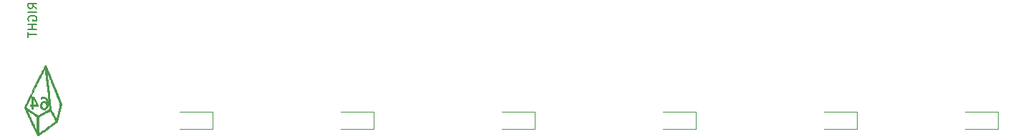
<source format=gbr>
%TF.GenerationSoftware,KiCad,Pcbnew,(6.0.2)*%
%TF.CreationDate,2022-03-15T14:51:58+03:00*%
%TF.ProjectId,kinesis-top-pcb,6b696e65-7369-4732-9d74-6f702d706362,rev?*%
%TF.SameCoordinates,Original*%
%TF.FileFunction,Legend,Bot*%
%TF.FilePolarity,Positive*%
%FSLAX46Y46*%
G04 Gerber Fmt 4.6, Leading zero omitted, Abs format (unit mm)*
G04 Created by KiCad (PCBNEW (6.0.2)) date 2022-03-15 14:51:58*
%MOMM*%
%LPD*%
G01*
G04 APERTURE LIST*
%ADD10C,0.150000*%
%ADD11C,0.120000*%
%ADD12C,0.010000*%
G04 APERTURE END LIST*
D10*
X26646130Y-45101041D02*
X26169940Y-44767708D01*
X26646130Y-44529613D02*
X25646130Y-44529613D01*
X25646130Y-44910565D01*
X25693750Y-45005803D01*
X25741369Y-45053422D01*
X25836607Y-45101041D01*
X25979464Y-45101041D01*
X26074702Y-45053422D01*
X26122321Y-45005803D01*
X26169940Y-44910565D01*
X26169940Y-44529613D01*
X26646130Y-45529613D02*
X25646130Y-45529613D01*
X25693750Y-46529613D02*
X25646130Y-46434375D01*
X25646130Y-46291517D01*
X25693750Y-46148660D01*
X25788988Y-46053422D01*
X25884226Y-46005803D01*
X26074702Y-45958184D01*
X26217559Y-45958184D01*
X26408035Y-46005803D01*
X26503273Y-46053422D01*
X26598511Y-46148660D01*
X26646130Y-46291517D01*
X26646130Y-46386755D01*
X26598511Y-46529613D01*
X26550892Y-46577232D01*
X26217559Y-46577232D01*
X26217559Y-46386755D01*
X26646130Y-47005803D02*
X25646130Y-47005803D01*
X26122321Y-47005803D02*
X26122321Y-47577232D01*
X26646130Y-47577232D02*
X25646130Y-47577232D01*
X25646130Y-47910565D02*
X25646130Y-48481994D01*
X26646130Y-48196279D02*
X25646130Y-48196279D01*
D11*
%TO.C,D1*%
X47493800Y-59340600D02*
X43593800Y-59340600D01*
X47493800Y-57340600D02*
X43593800Y-57340600D01*
X47493800Y-57340600D02*
X47493800Y-59340600D01*
%TO.C,D2*%
X66543800Y-59340600D02*
X62643800Y-59340600D01*
X66543800Y-57340600D02*
X66543800Y-59340600D01*
X66543800Y-57340600D02*
X62643800Y-57340600D01*
%TO.C,D4*%
X104644000Y-57340600D02*
X104644000Y-59340600D01*
X104644000Y-59340600D02*
X100744000Y-59340600D01*
X104644000Y-57340600D02*
X100744000Y-57340600D01*
%TO.C,D6*%
X140362000Y-57340600D02*
X140362000Y-59340600D01*
X140362000Y-57340600D02*
X136462000Y-57340600D01*
X140362000Y-59340600D02*
X136462000Y-59340600D01*
%TO.C,D5*%
X123694000Y-57340600D02*
X119794000Y-57340600D01*
X123694000Y-59340600D02*
X119794000Y-59340600D01*
X123694000Y-57340600D02*
X123694000Y-59340600D01*
%TO.C,D3*%
X85593800Y-59340600D02*
X81693800Y-59340600D01*
X85593800Y-57340600D02*
X81693800Y-57340600D01*
X85593800Y-57340600D02*
X85593800Y-59340600D01*
D12*
%TO.C,G02*%
X27329812Y-55563712D02*
X27249951Y-55579676D01*
X27249951Y-55579676D02*
X27179059Y-55602490D01*
X27179059Y-55602490D02*
X27155775Y-55611822D01*
X27155775Y-55611822D02*
X27155775Y-55788980D01*
X27155775Y-55788980D02*
X27208692Y-55765240D01*
X27208692Y-55765240D02*
X27272357Y-55740538D01*
X27272357Y-55740538D02*
X27333706Y-55725785D01*
X27333706Y-55725785D02*
X27400039Y-55719490D01*
X27400039Y-55719490D02*
X27435175Y-55719031D01*
X27435175Y-55719031D02*
X27501327Y-55723194D01*
X27501327Y-55723194D02*
X27556345Y-55735683D01*
X27556345Y-55735683D02*
X27604630Y-55758086D01*
X27604630Y-55758086D02*
X27650580Y-55791988D01*
X27650580Y-55791988D02*
X27659436Y-55799884D01*
X27659436Y-55799884D02*
X27701586Y-55847831D01*
X27701586Y-55847831D02*
X27738126Y-55908068D01*
X27738126Y-55908068D02*
X27766664Y-55976261D01*
X27766664Y-55976261D02*
X27777793Y-56014408D01*
X27777793Y-56014408D02*
X27785026Y-56049236D01*
X27785026Y-56049236D02*
X27792335Y-56093822D01*
X27792335Y-56093822D02*
X27798962Y-56142334D01*
X27798962Y-56142334D02*
X27804147Y-56188941D01*
X27804147Y-56188941D02*
X27807131Y-56227809D01*
X27807131Y-56227809D02*
X27807560Y-56243008D01*
X27807560Y-56243008D02*
X27807008Y-56256086D01*
X27807008Y-56256086D02*
X27804084Y-56258599D01*
X27804084Y-56258599D02*
X27796868Y-56249156D01*
X27796868Y-56249156D02*
X27783437Y-56226367D01*
X27783437Y-56226367D02*
X27782631Y-56224962D01*
X27782631Y-56224962D02*
X27742781Y-56171878D01*
X27742781Y-56171878D02*
X27689066Y-56126181D01*
X27689066Y-56126181D02*
X27638739Y-56096811D01*
X27638739Y-56096811D02*
X27613008Y-56085534D01*
X27613008Y-56085534D02*
X27587856Y-56078225D01*
X27587856Y-56078225D02*
X27557853Y-56073812D01*
X27557853Y-56073812D02*
X27517568Y-56071228D01*
X27517568Y-56071228D02*
X27506603Y-56070792D01*
X27506603Y-56070792D02*
X27424461Y-56071970D01*
X27424461Y-56071970D02*
X27353972Y-56082733D01*
X27353972Y-56082733D02*
X27292214Y-56104051D01*
X27292214Y-56104051D02*
X27236263Y-56136891D01*
X27236263Y-56136891D02*
X27189918Y-56175701D01*
X27189918Y-56175701D02*
X27138641Y-56236230D01*
X27138641Y-56236230D02*
X27099463Y-56308139D01*
X27099463Y-56308139D02*
X27072602Y-56390741D01*
X27072602Y-56390741D02*
X27058274Y-56483351D01*
X27058274Y-56483351D02*
X27056698Y-56585284D01*
X27056698Y-56585284D02*
X27057160Y-56594375D01*
X27057160Y-56594375D02*
X27063221Y-56663748D01*
X27063221Y-56663748D02*
X27073743Y-56722156D01*
X27073743Y-56722156D02*
X27090082Y-56775278D01*
X27090082Y-56775278D02*
X27112728Y-56827040D01*
X27112728Y-56827040D02*
X27153004Y-56890312D01*
X27153004Y-56890312D02*
X27205662Y-56943637D01*
X27205662Y-56943637D02*
X27268883Y-56986288D01*
X27268883Y-56986288D02*
X27340845Y-57017539D01*
X27340845Y-57017539D02*
X27419728Y-57036662D01*
X27419728Y-57036662D02*
X27503712Y-57042930D01*
X27503712Y-57042930D02*
X27590977Y-57035618D01*
X27590977Y-57035618D02*
X27620944Y-57029937D01*
X27620944Y-57029937D02*
X27697571Y-57006022D01*
X27697571Y-57006022D02*
X27764566Y-56969400D01*
X27764566Y-56969400D02*
X27822188Y-56919716D01*
X27822188Y-56919716D02*
X27870695Y-56856618D01*
X27870695Y-56856618D02*
X27910348Y-56779751D01*
X27910348Y-56779751D02*
X27941403Y-56688762D01*
X27941403Y-56688762D02*
X27964121Y-56583298D01*
X27964121Y-56583298D02*
X27964513Y-56580747D01*
X27964513Y-56580747D02*
X27771683Y-56580747D01*
X27771683Y-56580747D02*
X27770270Y-56600300D01*
X27770270Y-56600300D02*
X27756847Y-56678391D01*
X27756847Y-56678391D02*
X27732348Y-56745579D01*
X27732348Y-56745579D02*
X27697795Y-56801058D01*
X27697795Y-56801058D02*
X27654208Y-56844022D01*
X27654208Y-56844022D02*
X27602605Y-56873666D01*
X27602605Y-56873666D02*
X27544008Y-56889183D01*
X27544008Y-56889183D02*
X27479436Y-56889769D01*
X27479436Y-56889769D02*
X27419274Y-56877530D01*
X27419274Y-56877530D02*
X27381114Y-56861198D01*
X27381114Y-56861198D02*
X27345749Y-56837811D01*
X27345749Y-56837811D02*
X27340880Y-56833618D01*
X27340880Y-56833618D02*
X27304900Y-56793328D01*
X27304900Y-56793328D02*
X27278364Y-56745130D01*
X27278364Y-56745130D02*
X27260764Y-56687257D01*
X27260764Y-56687257D02*
X27251592Y-56617941D01*
X27251592Y-56617941D02*
X27250340Y-56535417D01*
X27250340Y-56535417D02*
X27250854Y-56520541D01*
X27250854Y-56520541D02*
X27257699Y-56442782D01*
X27257699Y-56442782D02*
X27271857Y-56378990D01*
X27271857Y-56378990D02*
X27294157Y-56327487D01*
X27294157Y-56327487D02*
X27325428Y-56286599D01*
X27325428Y-56286599D02*
X27366498Y-56254649D01*
X27366498Y-56254649D02*
X27388117Y-56242878D01*
X27388117Y-56242878D02*
X27439312Y-56225817D01*
X27439312Y-56225817D02*
X27497555Y-56219302D01*
X27497555Y-56219302D02*
X27556561Y-56223439D01*
X27556561Y-56223439D02*
X27610046Y-56238334D01*
X27610046Y-56238334D02*
X27611898Y-56239119D01*
X27611898Y-56239119D02*
X27660595Y-56269011D01*
X27660595Y-56269011D02*
X27701644Y-56312411D01*
X27701644Y-56312411D02*
X27734162Y-56367302D01*
X27734162Y-56367302D02*
X27757264Y-56431666D01*
X27757264Y-56431666D02*
X27770066Y-56503487D01*
X27770066Y-56503487D02*
X27771683Y-56580747D01*
X27771683Y-56580747D02*
X27964513Y-56580747D01*
X27964513Y-56580747D02*
X27968467Y-56555051D01*
X27968467Y-56555051D02*
X27972392Y-56521072D01*
X27972392Y-56521072D02*
X27976325Y-56475724D01*
X27976325Y-56475724D02*
X27979844Y-56424571D01*
X27979844Y-56424571D02*
X27982528Y-56373171D01*
X27982528Y-56373171D02*
X27982832Y-56365775D01*
X27982832Y-56365775D02*
X27983018Y-56227453D01*
X27983018Y-56227453D02*
X27972223Y-56100878D01*
X27972223Y-56100878D02*
X27950522Y-55986325D01*
X27950522Y-55986325D02*
X27917990Y-55884074D01*
X27917990Y-55884074D02*
X27874702Y-55794401D01*
X27874702Y-55794401D02*
X27820732Y-55717585D01*
X27820732Y-55717585D02*
X27802141Y-55696740D01*
X27802141Y-55696740D02*
X27739667Y-55641232D01*
X27739667Y-55641232D02*
X27669555Y-55599786D01*
X27669555Y-55599786D02*
X27589675Y-55571232D01*
X27589675Y-55571232D02*
X27562176Y-55564725D01*
X27562176Y-55564725D02*
X27491439Y-55555693D01*
X27491439Y-55555693D02*
X27412146Y-55555537D01*
X27412146Y-55555537D02*
X27329812Y-55563712D01*
X27329812Y-55563712D02*
X27329812Y-55563712D01*
G36*
X27941403Y-56688762D02*
G01*
X27910348Y-56779751D01*
X27870695Y-56856618D01*
X27822188Y-56919716D01*
X27764566Y-56969400D01*
X27697571Y-57006022D01*
X27620944Y-57029937D01*
X27590977Y-57035618D01*
X27503712Y-57042930D01*
X27419728Y-57036662D01*
X27340845Y-57017539D01*
X27268883Y-56986288D01*
X27205662Y-56943637D01*
X27153004Y-56890312D01*
X27112728Y-56827040D01*
X27090082Y-56775278D01*
X27073743Y-56722156D01*
X27063221Y-56663748D01*
X27057160Y-56594375D01*
X27056698Y-56585284D01*
X27057469Y-56535417D01*
X27250340Y-56535417D01*
X27251592Y-56617941D01*
X27260764Y-56687257D01*
X27278364Y-56745130D01*
X27304900Y-56793328D01*
X27340880Y-56833618D01*
X27345749Y-56837811D01*
X27381114Y-56861198D01*
X27419274Y-56877530D01*
X27479436Y-56889769D01*
X27544008Y-56889183D01*
X27602605Y-56873666D01*
X27654208Y-56844022D01*
X27697795Y-56801058D01*
X27732348Y-56745579D01*
X27756847Y-56678391D01*
X27770270Y-56600300D01*
X27771683Y-56580747D01*
X27770066Y-56503487D01*
X27757264Y-56431666D01*
X27734162Y-56367302D01*
X27701644Y-56312411D01*
X27660595Y-56269011D01*
X27611898Y-56239119D01*
X27610046Y-56238334D01*
X27556561Y-56223439D01*
X27497555Y-56219302D01*
X27439312Y-56225817D01*
X27388117Y-56242878D01*
X27366498Y-56254649D01*
X27325428Y-56286599D01*
X27294157Y-56327487D01*
X27271857Y-56378990D01*
X27257699Y-56442782D01*
X27250854Y-56520541D01*
X27250340Y-56535417D01*
X27057469Y-56535417D01*
X27058274Y-56483351D01*
X27072602Y-56390741D01*
X27099463Y-56308139D01*
X27138641Y-56236230D01*
X27189918Y-56175701D01*
X27236263Y-56136891D01*
X27292214Y-56104051D01*
X27353972Y-56082733D01*
X27424461Y-56071970D01*
X27506603Y-56070792D01*
X27517568Y-56071228D01*
X27557853Y-56073812D01*
X27587856Y-56078225D01*
X27613008Y-56085534D01*
X27638739Y-56096811D01*
X27689066Y-56126181D01*
X27742781Y-56171878D01*
X27782631Y-56224962D01*
X27783437Y-56226367D01*
X27796868Y-56249156D01*
X27804084Y-56258599D01*
X27807008Y-56256086D01*
X27807560Y-56243008D01*
X27807131Y-56227809D01*
X27804147Y-56188941D01*
X27798962Y-56142334D01*
X27792335Y-56093822D01*
X27785026Y-56049236D01*
X27777793Y-56014408D01*
X27766664Y-55976261D01*
X27738126Y-55908068D01*
X27701586Y-55847831D01*
X27659436Y-55799884D01*
X27650580Y-55791988D01*
X27604630Y-55758086D01*
X27556345Y-55735683D01*
X27501327Y-55723194D01*
X27435175Y-55719031D01*
X27400039Y-55719490D01*
X27333706Y-55725785D01*
X27272357Y-55740538D01*
X27208692Y-55765240D01*
X27155775Y-55788980D01*
X27155775Y-55611822D01*
X27179059Y-55602490D01*
X27249951Y-55579676D01*
X27329812Y-55563712D01*
X27412146Y-55555537D01*
X27491439Y-55555693D01*
X27562176Y-55564725D01*
X27589675Y-55571232D01*
X27669555Y-55599786D01*
X27739667Y-55641232D01*
X27802141Y-55696740D01*
X27820732Y-55717585D01*
X27874702Y-55794401D01*
X27917990Y-55884074D01*
X27950522Y-55986325D01*
X27972223Y-56100878D01*
X27983018Y-56227453D01*
X27982832Y-56365775D01*
X27982528Y-56373171D01*
X27979844Y-56424571D01*
X27976325Y-56475724D01*
X27972392Y-56521072D01*
X27968467Y-56555051D01*
X27964513Y-56580747D01*
X27964121Y-56583298D01*
X27941403Y-56688762D01*
G37*
X27941403Y-56688762D02*
X27910348Y-56779751D01*
X27870695Y-56856618D01*
X27822188Y-56919716D01*
X27764566Y-56969400D01*
X27697571Y-57006022D01*
X27620944Y-57029937D01*
X27590977Y-57035618D01*
X27503712Y-57042930D01*
X27419728Y-57036662D01*
X27340845Y-57017539D01*
X27268883Y-56986288D01*
X27205662Y-56943637D01*
X27153004Y-56890312D01*
X27112728Y-56827040D01*
X27090082Y-56775278D01*
X27073743Y-56722156D01*
X27063221Y-56663748D01*
X27057160Y-56594375D01*
X27056698Y-56585284D01*
X27057469Y-56535417D01*
X27250340Y-56535417D01*
X27251592Y-56617941D01*
X27260764Y-56687257D01*
X27278364Y-56745130D01*
X27304900Y-56793328D01*
X27340880Y-56833618D01*
X27345749Y-56837811D01*
X27381114Y-56861198D01*
X27419274Y-56877530D01*
X27479436Y-56889769D01*
X27544008Y-56889183D01*
X27602605Y-56873666D01*
X27654208Y-56844022D01*
X27697795Y-56801058D01*
X27732348Y-56745579D01*
X27756847Y-56678391D01*
X27770270Y-56600300D01*
X27771683Y-56580747D01*
X27770066Y-56503487D01*
X27757264Y-56431666D01*
X27734162Y-56367302D01*
X27701644Y-56312411D01*
X27660595Y-56269011D01*
X27611898Y-56239119D01*
X27610046Y-56238334D01*
X27556561Y-56223439D01*
X27497555Y-56219302D01*
X27439312Y-56225817D01*
X27388117Y-56242878D01*
X27366498Y-56254649D01*
X27325428Y-56286599D01*
X27294157Y-56327487D01*
X27271857Y-56378990D01*
X27257699Y-56442782D01*
X27250854Y-56520541D01*
X27250340Y-56535417D01*
X27057469Y-56535417D01*
X27058274Y-56483351D01*
X27072602Y-56390741D01*
X27099463Y-56308139D01*
X27138641Y-56236230D01*
X27189918Y-56175701D01*
X27236263Y-56136891D01*
X27292214Y-56104051D01*
X27353972Y-56082733D01*
X27424461Y-56071970D01*
X27506603Y-56070792D01*
X27517568Y-56071228D01*
X27557853Y-56073812D01*
X27587856Y-56078225D01*
X27613008Y-56085534D01*
X27638739Y-56096811D01*
X27689066Y-56126181D01*
X27742781Y-56171878D01*
X27782631Y-56224962D01*
X27783437Y-56226367D01*
X27796868Y-56249156D01*
X27804084Y-56258599D01*
X27807008Y-56256086D01*
X27807560Y-56243008D01*
X27807131Y-56227809D01*
X27804147Y-56188941D01*
X27798962Y-56142334D01*
X27792335Y-56093822D01*
X27785026Y-56049236D01*
X27777793Y-56014408D01*
X27766664Y-55976261D01*
X27738126Y-55908068D01*
X27701586Y-55847831D01*
X27659436Y-55799884D01*
X27650580Y-55791988D01*
X27604630Y-55758086D01*
X27556345Y-55735683D01*
X27501327Y-55723194D01*
X27435175Y-55719031D01*
X27400039Y-55719490D01*
X27333706Y-55725785D01*
X27272357Y-55740538D01*
X27208692Y-55765240D01*
X27155775Y-55788980D01*
X27155775Y-55611822D01*
X27179059Y-55602490D01*
X27249951Y-55579676D01*
X27329812Y-55563712D01*
X27412146Y-55555537D01*
X27491439Y-55555693D01*
X27562176Y-55564725D01*
X27589675Y-55571232D01*
X27669555Y-55599786D01*
X27739667Y-55641232D01*
X27802141Y-55696740D01*
X27820732Y-55717585D01*
X27874702Y-55794401D01*
X27917990Y-55884074D01*
X27950522Y-55986325D01*
X27972223Y-56100878D01*
X27983018Y-56227453D01*
X27982832Y-56365775D01*
X27982528Y-56373171D01*
X27979844Y-56424571D01*
X27976325Y-56475724D01*
X27972392Y-56521072D01*
X27968467Y-56555051D01*
X27964513Y-56580747D01*
X27964121Y-56583298D01*
X27941403Y-56688762D01*
X27661885Y-51788921D02*
X27647499Y-51810639D01*
X27647499Y-51810639D02*
X27626433Y-51846240D01*
X27626433Y-51846240D02*
X27599024Y-51895038D01*
X27599024Y-51895038D02*
X27565612Y-51956351D01*
X27565612Y-51956351D02*
X27526536Y-52029493D01*
X27526536Y-52029493D02*
X27482134Y-52113780D01*
X27482134Y-52113780D02*
X27432744Y-52208529D01*
X27432744Y-52208529D02*
X27378707Y-52313054D01*
X27378707Y-52313054D02*
X27320360Y-52426672D01*
X27320360Y-52426672D02*
X27258042Y-52548698D01*
X27258042Y-52548698D02*
X27192093Y-52678448D01*
X27192093Y-52678448D02*
X27122850Y-52815238D01*
X27122850Y-52815238D02*
X27050652Y-52958383D01*
X27050652Y-52958383D02*
X26975839Y-53107200D01*
X26975839Y-53107200D02*
X26898749Y-53261003D01*
X26898749Y-53261003D02*
X26819720Y-53419109D01*
X26819720Y-53419109D02*
X26739092Y-53580833D01*
X26739092Y-53580833D02*
X26657203Y-53745491D01*
X26657203Y-53745491D02*
X26574392Y-53912398D01*
X26574392Y-53912398D02*
X26490998Y-54080872D01*
X26490998Y-54080872D02*
X26407359Y-54250226D01*
X26407359Y-54250226D02*
X26323815Y-54419777D01*
X26323815Y-54419777D02*
X26240703Y-54588841D01*
X26240703Y-54588841D02*
X26158364Y-54756733D01*
X26158364Y-54756733D02*
X26077134Y-54922770D01*
X26077134Y-54922770D02*
X25997354Y-55086266D01*
X25997354Y-55086266D02*
X25919362Y-55246537D01*
X25919362Y-55246537D02*
X25843496Y-55402900D01*
X25843496Y-55402900D02*
X25770096Y-55554670D01*
X25770096Y-55554670D02*
X25699500Y-55701162D01*
X25699500Y-55701162D02*
X25632047Y-55841693D01*
X25632047Y-55841693D02*
X25568076Y-55975577D01*
X25568076Y-55975577D02*
X25507926Y-56102132D01*
X25507926Y-56102132D02*
X25451934Y-56220672D01*
X25451934Y-56220672D02*
X25400440Y-56330514D01*
X25400440Y-56330514D02*
X25353783Y-56430972D01*
X25353783Y-56430972D02*
X25312302Y-56521363D01*
X25312302Y-56521363D02*
X25276335Y-56601003D01*
X25276335Y-56601003D02*
X25246220Y-56669206D01*
X25246220Y-56669206D02*
X25223930Y-56721375D01*
X25223930Y-56721375D02*
X25208795Y-56758399D01*
X25208795Y-56758399D02*
X25199659Y-56784047D01*
X25199659Y-56784047D02*
X25195673Y-56802430D01*
X25195673Y-56802430D02*
X25195984Y-56817659D01*
X25195984Y-56817659D02*
X25199744Y-56833844D01*
X25199744Y-56833844D02*
X25200277Y-56835675D01*
X25200277Y-56835675D02*
X25208643Y-56859767D01*
X25208643Y-56859767D02*
X25223701Y-56898229D01*
X25223701Y-56898229D02*
X25245009Y-56950074D01*
X25245009Y-56950074D02*
X25272123Y-57014317D01*
X25272123Y-57014317D02*
X25304600Y-57089971D01*
X25304600Y-57089971D02*
X25341999Y-57176048D01*
X25341999Y-57176048D02*
X25383875Y-57271564D01*
X25383875Y-57271564D02*
X25429786Y-57375530D01*
X25429786Y-57375530D02*
X25479290Y-57486960D01*
X25479290Y-57486960D02*
X25531943Y-57604869D01*
X25531943Y-57604869D02*
X25587303Y-57728269D01*
X25587303Y-57728269D02*
X25644926Y-57856174D01*
X25644926Y-57856174D02*
X25704371Y-57987597D01*
X25704371Y-57987597D02*
X25765193Y-58121552D01*
X25765193Y-58121552D02*
X25826951Y-58257052D01*
X25826951Y-58257052D02*
X25889201Y-58393111D01*
X25889201Y-58393111D02*
X25951500Y-58528742D01*
X25951500Y-58528742D02*
X26013407Y-58662959D01*
X26013407Y-58662959D02*
X26074477Y-58794775D01*
X26074477Y-58794775D02*
X26134268Y-58923203D01*
X26134268Y-58923203D02*
X26192338Y-59047257D01*
X26192338Y-59047257D02*
X26207413Y-59079341D01*
X26207413Y-59079341D02*
X26249591Y-59168426D01*
X26249591Y-59168426D02*
X26294155Y-59261452D01*
X26294155Y-59261452D02*
X26340160Y-59356516D01*
X26340160Y-59356516D02*
X26386658Y-59451719D01*
X26386658Y-59451719D02*
X26432704Y-59545158D01*
X26432704Y-59545158D02*
X26477351Y-59634932D01*
X26477351Y-59634932D02*
X26519652Y-59719139D01*
X26519652Y-59719139D02*
X26558663Y-59795878D01*
X26558663Y-59795878D02*
X26593436Y-59863248D01*
X26593436Y-59863248D02*
X26623026Y-59919346D01*
X26623026Y-59919346D02*
X26646485Y-59962272D01*
X26646485Y-59962272D02*
X26649080Y-59966864D01*
X26649080Y-59966864D02*
X26679463Y-60018571D01*
X26679463Y-60018571D02*
X26707910Y-60063583D01*
X26707910Y-60063583D02*
X26733108Y-60100055D01*
X26733108Y-60100055D02*
X26753748Y-60126140D01*
X26753748Y-60126140D02*
X26768516Y-60139993D01*
X26768516Y-60139993D02*
X26773319Y-60141755D01*
X26773319Y-60141755D02*
X26783193Y-60137876D01*
X26783193Y-60137876D02*
X26803185Y-60127937D01*
X26803185Y-60127937D02*
X26825107Y-60116193D01*
X26825107Y-60116193D02*
X26860122Y-60095569D01*
X26860122Y-60095569D02*
X26907651Y-60065505D01*
X26907651Y-60065505D02*
X26966663Y-60026726D01*
X26966663Y-60026726D02*
X27036130Y-59979957D01*
X27036130Y-59979957D02*
X27115022Y-59925925D01*
X27115022Y-59925925D02*
X27202309Y-59865355D01*
X27202309Y-59865355D02*
X27296964Y-59798972D01*
X27296964Y-59798972D02*
X27397955Y-59727502D01*
X27397955Y-59727502D02*
X27504255Y-59651670D01*
X27504255Y-59651670D02*
X27614833Y-59572202D01*
X27614833Y-59572202D02*
X27728660Y-59489824D01*
X27728660Y-59489824D02*
X27844708Y-59405260D01*
X27844708Y-59405260D02*
X27961946Y-59319237D01*
X27961946Y-59319237D02*
X28079346Y-59232479D01*
X28079346Y-59232479D02*
X28088841Y-59225434D01*
X28088841Y-59225434D02*
X28144378Y-59184258D01*
X28144378Y-59184258D02*
X28209015Y-59136404D01*
X28209015Y-59136404D02*
X28278213Y-59085227D01*
X28278213Y-59085227D02*
X28347431Y-59034086D01*
X28347431Y-59034086D02*
X28412131Y-58986335D01*
X28412131Y-58986335D02*
X28438475Y-58966912D01*
X28438475Y-58966912D02*
X28501020Y-58920785D01*
X28501020Y-58920785D02*
X28571359Y-58868855D01*
X28571359Y-58868855D02*
X28644611Y-58814730D01*
X28644611Y-58814730D02*
X28715892Y-58762018D01*
X28715892Y-58762018D02*
X28780322Y-58714326D01*
X28780322Y-58714326D02*
X28802542Y-58697864D01*
X28802542Y-58697864D02*
X28853134Y-58660437D01*
X28853134Y-58660437D02*
X28901708Y-58624629D01*
X28901708Y-58624629D02*
X28945842Y-58592215D01*
X28945842Y-58592215D02*
X28983113Y-58564972D01*
X28983113Y-58564972D02*
X29011097Y-58544677D01*
X29011097Y-58544677D02*
X29024867Y-58534850D01*
X29024867Y-58534850D02*
X29054322Y-58511237D01*
X29054322Y-58511237D02*
X29071294Y-58489448D01*
X29071294Y-58489448D02*
X29077365Y-58473975D01*
X29077365Y-58473975D02*
X29080300Y-58462111D01*
X29080300Y-58462111D02*
X29085002Y-58442642D01*
X29085002Y-58442642D02*
X28861813Y-58442642D01*
X28861813Y-58442642D02*
X28855127Y-58451313D01*
X28855127Y-58451313D02*
X28821386Y-58477753D01*
X28821386Y-58477753D02*
X28776740Y-58511857D01*
X28776740Y-58511857D02*
X28722131Y-58552951D01*
X28722131Y-58552951D02*
X28658498Y-58600358D01*
X28658498Y-58600358D02*
X28586782Y-58653402D01*
X28586782Y-58653402D02*
X28507923Y-58711409D01*
X28507923Y-58711409D02*
X28422863Y-58773703D01*
X28422863Y-58773703D02*
X28332541Y-58839607D01*
X28332541Y-58839607D02*
X28237898Y-58908447D01*
X28237898Y-58908447D02*
X28139875Y-58979547D01*
X28139875Y-58979547D02*
X28039412Y-59052231D01*
X28039412Y-59052231D02*
X27937449Y-59125824D01*
X27937449Y-59125824D02*
X27834927Y-59199650D01*
X27834927Y-59199650D02*
X27732787Y-59273033D01*
X27732787Y-59273033D02*
X27631968Y-59345299D01*
X27631968Y-59345299D02*
X27533412Y-59415770D01*
X27533412Y-59415770D02*
X27438059Y-59483773D01*
X27438059Y-59483773D02*
X27346849Y-59548630D01*
X27346849Y-59548630D02*
X27260723Y-59609667D01*
X27260723Y-59609667D02*
X27180621Y-59666208D01*
X27180621Y-59666208D02*
X27107484Y-59717577D01*
X27107484Y-59717577D02*
X27042252Y-59763099D01*
X27042252Y-59763099D02*
X26985867Y-59802098D01*
X26985867Y-59802098D02*
X26939267Y-59833899D01*
X26939267Y-59833899D02*
X26903394Y-59857826D01*
X26903394Y-59857826D02*
X26879189Y-59873203D01*
X26879189Y-59873203D02*
X26867591Y-59879355D01*
X26867591Y-59879355D02*
X26867051Y-59879441D01*
X26867051Y-59879441D02*
X26862287Y-59872017D01*
X26862287Y-59872017D02*
X26857199Y-59853589D01*
X26857199Y-59853589D02*
X26856066Y-59847691D01*
X26856066Y-59847691D02*
X26852899Y-59820711D01*
X26852899Y-59820711D02*
X26850022Y-59778334D01*
X26850022Y-59778334D02*
X26847453Y-59722096D01*
X26847453Y-59722096D02*
X26845212Y-59653531D01*
X26845212Y-59653531D02*
X26843317Y-59574174D01*
X26843317Y-59574174D02*
X26841787Y-59485561D01*
X26841787Y-59485561D02*
X26840640Y-59389225D01*
X26840640Y-59389225D02*
X26839896Y-59286702D01*
X26839896Y-59286702D02*
X26839574Y-59179527D01*
X26839574Y-59179527D02*
X26839691Y-59069234D01*
X26839691Y-59069234D02*
X26840268Y-58957359D01*
X26840268Y-58957359D02*
X26841321Y-58845436D01*
X26841321Y-58845436D02*
X26842633Y-58749742D01*
X26842633Y-58749742D02*
X26844124Y-58652959D01*
X26844124Y-58652959D02*
X26845536Y-58556264D01*
X26845536Y-58556264D02*
X26846840Y-58461879D01*
X26846840Y-58461879D02*
X26848010Y-58372021D01*
X26848010Y-58372021D02*
X26849018Y-58288911D01*
X26849018Y-58288911D02*
X26849837Y-58214769D01*
X26849837Y-58214769D02*
X26850440Y-58151813D01*
X26850440Y-58151813D02*
X26850798Y-58102262D01*
X26850798Y-58102262D02*
X26850884Y-58080275D01*
X26850884Y-58080275D02*
X26851214Y-57910942D01*
X26851214Y-57910942D02*
X26870947Y-57900600D01*
X26870947Y-57900600D02*
X26664709Y-57900600D01*
X26664709Y-57900600D02*
X26664627Y-58557704D01*
X26664627Y-58557704D02*
X26664435Y-58719163D01*
X26664435Y-58719163D02*
X26663882Y-58864308D01*
X26663882Y-58864308D02*
X26662940Y-58993752D01*
X26662940Y-58993752D02*
X26661580Y-59108113D01*
X26661580Y-59108113D02*
X26659773Y-59208004D01*
X26659773Y-59208004D02*
X26657490Y-59294041D01*
X26657490Y-59294041D02*
X26654703Y-59366840D01*
X26654703Y-59366840D02*
X26651382Y-59427015D01*
X26651382Y-59427015D02*
X26647500Y-59475182D01*
X26647500Y-59475182D02*
X26643028Y-59511956D01*
X26643028Y-59511956D02*
X26637936Y-59537952D01*
X26637936Y-59537952D02*
X26632196Y-59553786D01*
X26632196Y-59553786D02*
X26625779Y-59560073D01*
X26625779Y-59560073D02*
X26618657Y-59557428D01*
X26618657Y-59557428D02*
X26617971Y-59556764D01*
X26617971Y-59556764D02*
X26611669Y-59546493D01*
X26611669Y-59546493D02*
X26599137Y-59522778D01*
X26599137Y-59522778D02*
X26581315Y-59487515D01*
X26581315Y-59487515D02*
X26559141Y-59442600D01*
X26559141Y-59442600D02*
X26533556Y-59389930D01*
X26533556Y-59389930D02*
X26505498Y-59331400D01*
X26505498Y-59331400D02*
X26486330Y-59291008D01*
X26486330Y-59291008D02*
X26408400Y-59125713D01*
X26408400Y-59125713D02*
X26331743Y-58962303D01*
X26331743Y-58962303D02*
X26256679Y-58801492D01*
X26256679Y-58801492D02*
X26183526Y-58643992D01*
X26183526Y-58643992D02*
X26112603Y-58490518D01*
X26112603Y-58490518D02*
X26044228Y-58341782D01*
X26044228Y-58341782D02*
X25978721Y-58198498D01*
X25978721Y-58198498D02*
X25916400Y-58061378D01*
X25916400Y-58061378D02*
X25857584Y-57931135D01*
X25857584Y-57931135D02*
X25802592Y-57808484D01*
X25802592Y-57808484D02*
X25751742Y-57694136D01*
X25751742Y-57694136D02*
X25705353Y-57588805D01*
X25705353Y-57588805D02*
X25663744Y-57493204D01*
X25663744Y-57493204D02*
X25627233Y-57408047D01*
X25627233Y-57408047D02*
X25596140Y-57334046D01*
X25596140Y-57334046D02*
X25570782Y-57271914D01*
X25570782Y-57271914D02*
X25551480Y-57222365D01*
X25551480Y-57222365D02*
X25538551Y-57186112D01*
X25538551Y-57186112D02*
X25532314Y-57163868D01*
X25532314Y-57163868D02*
X25532366Y-57156629D01*
X25532366Y-57156629D02*
X25541190Y-57155995D01*
X25541190Y-57155995D02*
X25559536Y-57162641D01*
X25559536Y-57162641D02*
X25587790Y-57176813D01*
X25587790Y-57176813D02*
X25626336Y-57198761D01*
X25626336Y-57198761D02*
X25675559Y-57228730D01*
X25675559Y-57228730D02*
X25735846Y-57266969D01*
X25735846Y-57266969D02*
X25807579Y-57313724D01*
X25807579Y-57313724D02*
X25891146Y-57369243D01*
X25891146Y-57369243D02*
X25986931Y-57433773D01*
X25986931Y-57433773D02*
X26095319Y-57507562D01*
X26095319Y-57507562D02*
X26216695Y-57590857D01*
X26216695Y-57590857D02*
X26328159Y-57667791D01*
X26328159Y-57667791D02*
X26664709Y-57900600D01*
X26664709Y-57900600D02*
X26870947Y-57900600D01*
X26870947Y-57900600D02*
X27077389Y-57792408D01*
X27077389Y-57792408D02*
X27141263Y-57758923D01*
X27141263Y-57758923D02*
X27216275Y-57719582D01*
X27216275Y-57719582D02*
X27298573Y-57676406D01*
X27298573Y-57676406D02*
X27384303Y-57631419D01*
X27384303Y-57631419D02*
X27469613Y-57586640D01*
X27469613Y-57586640D02*
X27550653Y-57544090D01*
X27550653Y-57544090D02*
X27591619Y-57522575D01*
X27591619Y-57522575D02*
X27665152Y-57484102D01*
X27665152Y-57484102D02*
X27741998Y-57444161D01*
X27741998Y-57444161D02*
X27818957Y-57404398D01*
X27818957Y-57404398D02*
X27892831Y-57366458D01*
X27892831Y-57366458D02*
X27960419Y-57331985D01*
X27960419Y-57331985D02*
X28018523Y-57302624D01*
X28018523Y-57302624D02*
X28052360Y-57285735D01*
X28052360Y-57285735D02*
X28225044Y-57200194D01*
X28225044Y-57200194D02*
X28238627Y-57220045D01*
X28238627Y-57220045D02*
X28252225Y-57241815D01*
X28252225Y-57241815D02*
X28272378Y-57276712D01*
X28272378Y-57276712D02*
X28298300Y-57323223D01*
X28298300Y-57323223D02*
X28329209Y-57379837D01*
X28329209Y-57379837D02*
X28364321Y-57445040D01*
X28364321Y-57445040D02*
X28402851Y-57517321D01*
X28402851Y-57517321D02*
X28444016Y-57595167D01*
X28444016Y-57595167D02*
X28487032Y-57677065D01*
X28487032Y-57677065D02*
X28531115Y-57761504D01*
X28531115Y-57761504D02*
X28575481Y-57846971D01*
X28575481Y-57846971D02*
X28619347Y-57931954D01*
X28619347Y-57931954D02*
X28661928Y-58014940D01*
X28661928Y-58014940D02*
X28702441Y-58094417D01*
X28702441Y-58094417D02*
X28740102Y-58168873D01*
X28740102Y-58168873D02*
X28774127Y-58236795D01*
X28774127Y-58236795D02*
X28803732Y-58296671D01*
X28803732Y-58296671D02*
X28828134Y-58346988D01*
X28828134Y-58346988D02*
X28846547Y-58386235D01*
X28846547Y-58386235D02*
X28858190Y-58412899D01*
X28858190Y-58412899D02*
X28861432Y-58421680D01*
X28861432Y-58421680D02*
X28861813Y-58442642D01*
X28861813Y-58442642D02*
X29085002Y-58442642D01*
X29085002Y-58442642D02*
X29086896Y-58434802D01*
X29086896Y-58434802D02*
X29096909Y-58393078D01*
X29096909Y-58393078D02*
X29110093Y-58337971D01*
X29110093Y-58337971D02*
X29126201Y-58270511D01*
X29126201Y-58270511D02*
X29144989Y-58191729D01*
X29144989Y-58191729D02*
X29166210Y-58102655D01*
X29166210Y-58102655D02*
X29189620Y-58004322D01*
X29189620Y-58004322D02*
X29214972Y-57897759D01*
X29214972Y-57897759D02*
X29242022Y-57783998D01*
X29242022Y-57783998D02*
X29270522Y-57664070D01*
X29270522Y-57664070D02*
X29300228Y-57539005D01*
X29300228Y-57539005D02*
X29327050Y-57426031D01*
X29327050Y-57426031D02*
X29565176Y-56422820D01*
X29565176Y-56422820D02*
X29374043Y-56422820D01*
X29374043Y-56422820D02*
X29361095Y-56498014D01*
X29361095Y-56498014D02*
X29348785Y-56566573D01*
X29348785Y-56566573D02*
X29333878Y-56644673D01*
X29333878Y-56644673D02*
X29316692Y-56730946D01*
X29316692Y-56730946D02*
X29297545Y-56824027D01*
X29297545Y-56824027D02*
X29276754Y-56922548D01*
X29276754Y-56922548D02*
X29254637Y-57025141D01*
X29254637Y-57025141D02*
X29231511Y-57130441D01*
X29231511Y-57130441D02*
X29207695Y-57237080D01*
X29207695Y-57237080D02*
X29183507Y-57343691D01*
X29183507Y-57343691D02*
X29159263Y-57448907D01*
X29159263Y-57448907D02*
X29135281Y-57551362D01*
X29135281Y-57551362D02*
X29111880Y-57649687D01*
X29111880Y-57649687D02*
X29089376Y-57742517D01*
X29089376Y-57742517D02*
X29068088Y-57828485D01*
X29068088Y-57828485D02*
X29048333Y-57906222D01*
X29048333Y-57906222D02*
X29030430Y-57974363D01*
X29030430Y-57974363D02*
X29014695Y-58031541D01*
X29014695Y-58031541D02*
X29001446Y-58076388D01*
X29001446Y-58076388D02*
X28991001Y-58107537D01*
X28991001Y-58107537D02*
X28983679Y-58123622D01*
X28983679Y-58123622D02*
X28983109Y-58124375D01*
X28983109Y-58124375D02*
X28974137Y-58129477D01*
X28974137Y-58129477D02*
X28962105Y-58124769D01*
X28962105Y-58124769D02*
X28945513Y-58108931D01*
X28945513Y-58108931D02*
X28922863Y-58080644D01*
X28922863Y-58080644D02*
X28904124Y-58054875D01*
X28904124Y-58054875D02*
X28881501Y-58021292D01*
X28881501Y-58021292D02*
X28853235Y-57976196D01*
X28853235Y-57976196D02*
X28819071Y-57919135D01*
X28819071Y-57919135D02*
X28778750Y-57849658D01*
X28778750Y-57849658D02*
X28732016Y-57767311D01*
X28732016Y-57767311D02*
X28678611Y-57671643D01*
X28678611Y-57671643D02*
X28618280Y-57562200D01*
X28618280Y-57562200D02*
X28550765Y-57438531D01*
X28550765Y-57438531D02*
X28482338Y-57312269D01*
X28482338Y-57312269D02*
X28343762Y-57055808D01*
X28343762Y-57055808D02*
X28327871Y-56913865D01*
X28327871Y-56913865D02*
X28135861Y-56913865D01*
X28135861Y-56913865D02*
X28135094Y-56938043D01*
X28135094Y-56938043D02*
X28130851Y-56955654D01*
X28130851Y-56955654D02*
X28122489Y-56971811D01*
X28122489Y-56971811D02*
X28121849Y-56972834D01*
X28121849Y-56972834D02*
X28099150Y-57000267D01*
X28099150Y-57000267D02*
X28061597Y-57033930D01*
X28061597Y-57033930D02*
X28009055Y-57073920D01*
X28009055Y-57073920D02*
X27941389Y-57120332D01*
X27941389Y-57120332D02*
X27858466Y-57173264D01*
X27858466Y-57173264D02*
X27760150Y-57232811D01*
X27760150Y-57232811D02*
X27748442Y-57239739D01*
X27748442Y-57239739D02*
X27720419Y-57255956D01*
X27720419Y-57255956D02*
X27681325Y-57278099D01*
X27681325Y-57278099D02*
X27632678Y-57305340D01*
X27632678Y-57305340D02*
X27575997Y-57336852D01*
X27575997Y-57336852D02*
X27512801Y-57371806D01*
X27512801Y-57371806D02*
X27444608Y-57409374D01*
X27444608Y-57409374D02*
X27372937Y-57448728D01*
X27372937Y-57448728D02*
X27299306Y-57489040D01*
X27299306Y-57489040D02*
X27225234Y-57529483D01*
X27225234Y-57529483D02*
X27152241Y-57569228D01*
X27152241Y-57569228D02*
X27081843Y-57607447D01*
X27081843Y-57607447D02*
X27015561Y-57643312D01*
X27015561Y-57643312D02*
X26954912Y-57675996D01*
X26954912Y-57675996D02*
X26901415Y-57704671D01*
X26901415Y-57704671D02*
X26856590Y-57728507D01*
X26856590Y-57728507D02*
X26821954Y-57746678D01*
X26821954Y-57746678D02*
X26799026Y-57758356D01*
X26799026Y-57758356D02*
X26789324Y-57762712D01*
X26789324Y-57762712D02*
X26789215Y-57762723D01*
X26789215Y-57762723D02*
X26780885Y-57758165D01*
X26780885Y-57758165D02*
X26760141Y-57745171D01*
X26760141Y-57745171D02*
X26728593Y-57724794D01*
X26728593Y-57724794D02*
X26687849Y-57698090D01*
X26687849Y-57698090D02*
X26639520Y-57666114D01*
X26639520Y-57666114D02*
X26585214Y-57629920D01*
X26585214Y-57629920D02*
X26526748Y-57590702D01*
X26526748Y-57590702D02*
X26492917Y-57567856D01*
X26492917Y-57567856D02*
X26448936Y-57538023D01*
X26448936Y-57538023D02*
X26396070Y-57502071D01*
X26396070Y-57502071D02*
X26335583Y-57460864D01*
X26335583Y-57460864D02*
X26268740Y-57415270D01*
X26268740Y-57415270D02*
X26196805Y-57366154D01*
X26196805Y-57366154D02*
X26121041Y-57314382D01*
X26121041Y-57314382D02*
X26042715Y-57260820D01*
X26042715Y-57260820D02*
X25963089Y-57206334D01*
X25963089Y-57206334D02*
X25883428Y-57151790D01*
X25883428Y-57151790D02*
X25804997Y-57098054D01*
X25804997Y-57098054D02*
X25729059Y-57045992D01*
X25729059Y-57045992D02*
X25656880Y-56996470D01*
X25656880Y-56996470D02*
X25589723Y-56950354D01*
X25589723Y-56950354D02*
X25528853Y-56908510D01*
X25528853Y-56908510D02*
X25475534Y-56871804D01*
X25475534Y-56871804D02*
X25431030Y-56841101D01*
X25431030Y-56841101D02*
X25396607Y-56817269D01*
X25396607Y-56817269D02*
X25373527Y-56801173D01*
X25373527Y-56801173D02*
X25363056Y-56793678D01*
X25363056Y-56793678D02*
X25362776Y-56793456D01*
X25362776Y-56793456D02*
X25365103Y-56784719D01*
X25365103Y-56784719D02*
X25374899Y-56760941D01*
X25374899Y-56760941D02*
X25392102Y-56722248D01*
X25392102Y-56722248D02*
X25416654Y-56668767D01*
X25416654Y-56668767D02*
X25448492Y-56600622D01*
X25448492Y-56600622D02*
X25487557Y-56517941D01*
X25487557Y-56517941D02*
X25533787Y-56420849D01*
X25533787Y-56420849D02*
X25587123Y-56309473D01*
X25587123Y-56309473D02*
X25647503Y-56183939D01*
X25647503Y-56183939D02*
X25714868Y-56044373D01*
X25714868Y-56044373D02*
X25789156Y-55890901D01*
X25789156Y-55890901D02*
X25870307Y-55723648D01*
X25870307Y-55723648D02*
X25958261Y-55542743D01*
X25958261Y-55542743D02*
X26052956Y-55348309D01*
X26052956Y-55348309D02*
X26154332Y-55140475D01*
X26154332Y-55140475D02*
X26262329Y-54919365D01*
X26262329Y-54919365D02*
X26287840Y-54867175D01*
X26287840Y-54867175D02*
X26407624Y-54622052D01*
X26407624Y-54622052D02*
X26520046Y-54391792D01*
X26520046Y-54391792D02*
X26625257Y-54176084D01*
X26625257Y-54176084D02*
X26723408Y-53974616D01*
X26723408Y-53974616D02*
X26814651Y-53787077D01*
X26814651Y-53787077D02*
X26899138Y-53613154D01*
X26899138Y-53613154D02*
X26977019Y-53452536D01*
X26977019Y-53452536D02*
X27048445Y-53304913D01*
X27048445Y-53304913D02*
X27113569Y-53169970D01*
X27113569Y-53169970D02*
X27172542Y-53047399D01*
X27172542Y-53047399D02*
X27225514Y-52936885D01*
X27225514Y-52936885D02*
X27229616Y-52928308D01*
X27229616Y-52928308D02*
X27294731Y-52792828D01*
X27294731Y-52792828D02*
X27353207Y-52672674D01*
X27353207Y-52672674D02*
X27405153Y-52567644D01*
X27405153Y-52567644D02*
X27450677Y-52477534D01*
X27450677Y-52477534D02*
X27489889Y-52402139D01*
X27489889Y-52402139D02*
X27522896Y-52341256D01*
X27522896Y-52341256D02*
X27549808Y-52294681D01*
X27549808Y-52294681D02*
X27570732Y-52262210D01*
X27570732Y-52262210D02*
X27585777Y-52243640D01*
X27585777Y-52243640D02*
X27595053Y-52238766D01*
X27595053Y-52238766D02*
X27596434Y-52239612D01*
X27596434Y-52239612D02*
X27600141Y-52250748D01*
X27600141Y-52250748D02*
X27605569Y-52277892D01*
X27605569Y-52277892D02*
X27612620Y-52320217D01*
X27612620Y-52320217D02*
X27621200Y-52376896D01*
X27621200Y-52376896D02*
X27631211Y-52447102D01*
X27631211Y-52447102D02*
X27642560Y-52530007D01*
X27642560Y-52530007D02*
X27655149Y-52624784D01*
X27655149Y-52624784D02*
X27668883Y-52730606D01*
X27668883Y-52730606D02*
X27683665Y-52846645D01*
X27683665Y-52846645D02*
X27699401Y-52972075D01*
X27699401Y-52972075D02*
X27715994Y-53106068D01*
X27715994Y-53106068D02*
X27733349Y-53247796D01*
X27733349Y-53247796D02*
X27751369Y-53396433D01*
X27751369Y-53396433D02*
X27769959Y-53551151D01*
X27769959Y-53551151D02*
X27789022Y-53711123D01*
X27789022Y-53711123D02*
X27808464Y-53875521D01*
X27808464Y-53875521D02*
X27828188Y-54043519D01*
X27828188Y-54043519D02*
X27848099Y-54214289D01*
X27848099Y-54214289D02*
X27868100Y-54387004D01*
X27868100Y-54387004D02*
X27888096Y-54560836D01*
X27888096Y-54560836D02*
X27907990Y-54734959D01*
X27907990Y-54734959D02*
X27927688Y-54908544D01*
X27927688Y-54908544D02*
X27947092Y-55080766D01*
X27947092Y-55080766D02*
X27966109Y-55250795D01*
X27966109Y-55250795D02*
X27984640Y-55417806D01*
X27984640Y-55417806D02*
X28002591Y-55580971D01*
X28002591Y-55580971D02*
X28019867Y-55739462D01*
X28019867Y-55739462D02*
X28036370Y-55892453D01*
X28036370Y-55892453D02*
X28052005Y-56039116D01*
X28052005Y-56039116D02*
X28066676Y-56178623D01*
X28066676Y-56178623D02*
X28080288Y-56310148D01*
X28080288Y-56310148D02*
X28092745Y-56432864D01*
X28092745Y-56432864D02*
X28103950Y-56545942D01*
X28103950Y-56545942D02*
X28113809Y-56648556D01*
X28113809Y-56648556D02*
X28122224Y-56739879D01*
X28122224Y-56739879D02*
X28129101Y-56819083D01*
X28129101Y-56819083D02*
X28133797Y-56878008D01*
X28133797Y-56878008D02*
X28135861Y-56913865D01*
X28135861Y-56913865D02*
X28327871Y-56913865D01*
X28327871Y-56913865D02*
X28248973Y-56209142D01*
X28248973Y-56209142D02*
X28230478Y-56044101D01*
X28230478Y-56044101D02*
X28211385Y-55874013D01*
X28211385Y-55874013D02*
X28191818Y-55699970D01*
X28191818Y-55699970D02*
X28171901Y-55523068D01*
X28171901Y-55523068D02*
X28151758Y-55344402D01*
X28151758Y-55344402D02*
X28131514Y-55165067D01*
X28131514Y-55165067D02*
X28111293Y-54986156D01*
X28111293Y-54986156D02*
X28091220Y-54808766D01*
X28091220Y-54808766D02*
X28071418Y-54633990D01*
X28071418Y-54633990D02*
X28052013Y-54462923D01*
X28052013Y-54462923D02*
X28033128Y-54296661D01*
X28033128Y-54296661D02*
X28014888Y-54136298D01*
X28014888Y-54136298D02*
X27997418Y-53982929D01*
X27997418Y-53982929D02*
X27980841Y-53837648D01*
X27980841Y-53837648D02*
X27965282Y-53701550D01*
X27965282Y-53701550D02*
X27950865Y-53575731D01*
X27950865Y-53575731D02*
X27937714Y-53461284D01*
X27937714Y-53461284D02*
X27925955Y-53359305D01*
X27925955Y-53359305D02*
X27915711Y-53270888D01*
X27915711Y-53270888D02*
X27907107Y-53197129D01*
X27907107Y-53197129D02*
X27900368Y-53139975D01*
X27900368Y-53139975D02*
X27891665Y-53066746D01*
X27891665Y-53066746D02*
X27883002Y-52993836D01*
X27883002Y-52993836D02*
X27874737Y-52924264D01*
X27874737Y-52924264D02*
X27867229Y-52861048D01*
X27867229Y-52861048D02*
X27860836Y-52807205D01*
X27860836Y-52807205D02*
X27855917Y-52765754D01*
X27855917Y-52765754D02*
X27854230Y-52751530D01*
X27854230Y-52751530D02*
X27848256Y-52692354D01*
X27848256Y-52692354D02*
X27846306Y-52649062D01*
X27846306Y-52649062D02*
X27848398Y-52621089D01*
X27848398Y-52621089D02*
X27854547Y-52607867D01*
X27854547Y-52607867D02*
X27858435Y-52606575D01*
X27858435Y-52606575D02*
X27864433Y-52614332D01*
X27864433Y-52614332D02*
X27876218Y-52637052D01*
X27876218Y-52637052D02*
X27893459Y-52673908D01*
X27893459Y-52673908D02*
X27915829Y-52724073D01*
X27915829Y-52724073D02*
X27942997Y-52786719D01*
X27942997Y-52786719D02*
X27974634Y-52861019D01*
X27974634Y-52861019D02*
X28010410Y-52946146D01*
X28010410Y-52946146D02*
X28049996Y-53041273D01*
X28049996Y-53041273D02*
X28093062Y-53145572D01*
X28093062Y-53145572D02*
X28139279Y-53258217D01*
X28139279Y-53258217D02*
X28188317Y-53378379D01*
X28188317Y-53378379D02*
X28239847Y-53505233D01*
X28239847Y-53505233D02*
X28293539Y-53637951D01*
X28293539Y-53637951D02*
X28349065Y-53775705D01*
X28349065Y-53775705D02*
X28406093Y-53917669D01*
X28406093Y-53917669D02*
X28464296Y-54063014D01*
X28464296Y-54063014D02*
X28523343Y-54210915D01*
X28523343Y-54210915D02*
X28582905Y-54360543D01*
X28582905Y-54360543D02*
X28642652Y-54511072D01*
X28642652Y-54511072D02*
X28702255Y-54661674D01*
X28702255Y-54661674D02*
X28761385Y-54811523D01*
X28761385Y-54811523D02*
X28819711Y-54959790D01*
X28819711Y-54959790D02*
X28876905Y-55105649D01*
X28876905Y-55105649D02*
X28932637Y-55248273D01*
X28932637Y-55248273D02*
X28986577Y-55386834D01*
X28986577Y-55386834D02*
X29038397Y-55520505D01*
X29038397Y-55520505D02*
X29087766Y-55648459D01*
X29087766Y-55648459D02*
X29134354Y-55769868D01*
X29134354Y-55769868D02*
X29177834Y-55883907D01*
X29177834Y-55883907D02*
X29217874Y-55989746D01*
X29217874Y-55989746D02*
X29254146Y-56086560D01*
X29254146Y-56086560D02*
X29286320Y-56173521D01*
X29286320Y-56173521D02*
X29314066Y-56249801D01*
X29314066Y-56249801D02*
X29337056Y-56314574D01*
X29337056Y-56314574D02*
X29347764Y-56345614D01*
X29347764Y-56345614D02*
X29374043Y-56422820D01*
X29374043Y-56422820D02*
X29565176Y-56422820D01*
X29565176Y-56422820D02*
X29568761Y-56407720D01*
X29568761Y-56407720D02*
X29136152Y-55317831D01*
X29136152Y-55317831D02*
X29047016Y-55093316D01*
X29047016Y-55093316D02*
X28963794Y-54883797D01*
X28963794Y-54883797D02*
X28886183Y-54688518D01*
X28886183Y-54688518D02*
X28813879Y-54506723D01*
X28813879Y-54506723D02*
X28746581Y-54337658D01*
X28746581Y-54337658D02*
X28683986Y-54180566D01*
X28683986Y-54180566D02*
X28625791Y-54034692D01*
X28625791Y-54034692D02*
X28571694Y-53899281D01*
X28571694Y-53899281D02*
X28521392Y-53773577D01*
X28521392Y-53773577D02*
X28474583Y-53656824D01*
X28474583Y-53656824D02*
X28430964Y-53548267D01*
X28430964Y-53548267D02*
X28390232Y-53447150D01*
X28390232Y-53447150D02*
X28352085Y-53352718D01*
X28352085Y-53352718D02*
X28316221Y-53264215D01*
X28316221Y-53264215D02*
X28282336Y-53180885D01*
X28282336Y-53180885D02*
X28250128Y-53101974D01*
X28250128Y-53101974D02*
X28219296Y-53026726D01*
X28219296Y-53026726D02*
X28194490Y-52966408D01*
X28194490Y-52966408D02*
X28121533Y-52789910D01*
X28121533Y-52789910D02*
X28053654Y-52626935D01*
X28053654Y-52626935D02*
X27990940Y-52477680D01*
X27990940Y-52477680D02*
X27933478Y-52342343D01*
X27933478Y-52342343D02*
X27881357Y-52221121D01*
X27881357Y-52221121D02*
X27834663Y-52114211D01*
X27834663Y-52114211D02*
X27793484Y-52021812D01*
X27793484Y-52021812D02*
X27757907Y-51944120D01*
X27757907Y-51944120D02*
X27728021Y-51881333D01*
X27728021Y-51881333D02*
X27703912Y-51833648D01*
X27703912Y-51833648D02*
X27685669Y-51801263D01*
X27685669Y-51801263D02*
X27673379Y-51784376D01*
X27673379Y-51784376D02*
X27669251Y-51781770D01*
X27669251Y-51781770D02*
X27661885Y-51788921D01*
X27661885Y-51788921D02*
X27661885Y-51788921D01*
G36*
X29077365Y-58473975D02*
G01*
X29071294Y-58489448D01*
X29054322Y-58511237D01*
X29024867Y-58534850D01*
X29011097Y-58544677D01*
X28983113Y-58564972D01*
X28945842Y-58592215D01*
X28901708Y-58624629D01*
X28853134Y-58660437D01*
X28802542Y-58697864D01*
X28780322Y-58714326D01*
X28715892Y-58762018D01*
X28644611Y-58814730D01*
X28571359Y-58868855D01*
X28501020Y-58920785D01*
X28438475Y-58966912D01*
X28412131Y-58986335D01*
X28347431Y-59034086D01*
X28278213Y-59085227D01*
X28209015Y-59136404D01*
X28144378Y-59184258D01*
X28088841Y-59225434D01*
X28079346Y-59232479D01*
X27961946Y-59319237D01*
X27844708Y-59405260D01*
X27728660Y-59489824D01*
X27614833Y-59572202D01*
X27504255Y-59651670D01*
X27397955Y-59727502D01*
X27296964Y-59798972D01*
X27202309Y-59865355D01*
X27115022Y-59925925D01*
X27036130Y-59979957D01*
X26966663Y-60026726D01*
X26907651Y-60065505D01*
X26860122Y-60095569D01*
X26825107Y-60116193D01*
X26803185Y-60127937D01*
X26783193Y-60137876D01*
X26773319Y-60141755D01*
X26768516Y-60139993D01*
X26753748Y-60126140D01*
X26733108Y-60100055D01*
X26707910Y-60063583D01*
X26679463Y-60018571D01*
X26649080Y-59966864D01*
X26646485Y-59962272D01*
X26623026Y-59919346D01*
X26593436Y-59863248D01*
X26558663Y-59795878D01*
X26519652Y-59719139D01*
X26477351Y-59634932D01*
X26432704Y-59545158D01*
X26386658Y-59451719D01*
X26340160Y-59356516D01*
X26294155Y-59261452D01*
X26249591Y-59168426D01*
X26207413Y-59079341D01*
X26192338Y-59047257D01*
X26134268Y-58923203D01*
X26074477Y-58794775D01*
X26013407Y-58662959D01*
X25951500Y-58528742D01*
X25889201Y-58393111D01*
X25826951Y-58257052D01*
X25765193Y-58121552D01*
X25704371Y-57987597D01*
X25644926Y-57856174D01*
X25587303Y-57728269D01*
X25531943Y-57604869D01*
X25479290Y-57486960D01*
X25429786Y-57375530D01*
X25383875Y-57271564D01*
X25341999Y-57176048D01*
X25336707Y-57163868D01*
X25532314Y-57163868D01*
X25538551Y-57186112D01*
X25551480Y-57222365D01*
X25570782Y-57271914D01*
X25596140Y-57334046D01*
X25627233Y-57408047D01*
X25663744Y-57493204D01*
X25705353Y-57588805D01*
X25751742Y-57694136D01*
X25802592Y-57808484D01*
X25857584Y-57931135D01*
X25916400Y-58061378D01*
X25978721Y-58198498D01*
X26044228Y-58341782D01*
X26112603Y-58490518D01*
X26183526Y-58643992D01*
X26256679Y-58801492D01*
X26331743Y-58962303D01*
X26408400Y-59125713D01*
X26486330Y-59291008D01*
X26505498Y-59331400D01*
X26533556Y-59389930D01*
X26559141Y-59442600D01*
X26581315Y-59487515D01*
X26599137Y-59522778D01*
X26611669Y-59546493D01*
X26617971Y-59556764D01*
X26618657Y-59557428D01*
X26625779Y-59560073D01*
X26632196Y-59553786D01*
X26637936Y-59537952D01*
X26643028Y-59511956D01*
X26647500Y-59475182D01*
X26651382Y-59427015D01*
X26654703Y-59366840D01*
X26657490Y-59294041D01*
X26659773Y-59208004D01*
X26660288Y-59179527D01*
X26839574Y-59179527D01*
X26839896Y-59286702D01*
X26840640Y-59389225D01*
X26841787Y-59485561D01*
X26843317Y-59574174D01*
X26845212Y-59653531D01*
X26847453Y-59722096D01*
X26850022Y-59778334D01*
X26852899Y-59820711D01*
X26856066Y-59847691D01*
X26857199Y-59853589D01*
X26862287Y-59872017D01*
X26867051Y-59879441D01*
X26867591Y-59879355D01*
X26879189Y-59873203D01*
X26903394Y-59857826D01*
X26939267Y-59833899D01*
X26985867Y-59802098D01*
X27042252Y-59763099D01*
X27107484Y-59717577D01*
X27180621Y-59666208D01*
X27260723Y-59609667D01*
X27346849Y-59548630D01*
X27438059Y-59483773D01*
X27533412Y-59415770D01*
X27631968Y-59345299D01*
X27732787Y-59273033D01*
X27834927Y-59199650D01*
X27937449Y-59125824D01*
X28039412Y-59052231D01*
X28139875Y-58979547D01*
X28237898Y-58908447D01*
X28332541Y-58839607D01*
X28422863Y-58773703D01*
X28507923Y-58711409D01*
X28586782Y-58653402D01*
X28658498Y-58600358D01*
X28722131Y-58552951D01*
X28776740Y-58511857D01*
X28821386Y-58477753D01*
X28855127Y-58451313D01*
X28861813Y-58442642D01*
X28861432Y-58421680D01*
X28858190Y-58412899D01*
X28846547Y-58386235D01*
X28828134Y-58346988D01*
X28803732Y-58296671D01*
X28774127Y-58236795D01*
X28740102Y-58168873D01*
X28702441Y-58094417D01*
X28661928Y-58014940D01*
X28619347Y-57931954D01*
X28575481Y-57846971D01*
X28531115Y-57761504D01*
X28487032Y-57677065D01*
X28444016Y-57595167D01*
X28402851Y-57517321D01*
X28364321Y-57445040D01*
X28329209Y-57379837D01*
X28298300Y-57323223D01*
X28272378Y-57276712D01*
X28252225Y-57241815D01*
X28238627Y-57220045D01*
X28225044Y-57200194D01*
X28052360Y-57285735D01*
X28018523Y-57302624D01*
X27960419Y-57331985D01*
X27892831Y-57366458D01*
X27818957Y-57404398D01*
X27741998Y-57444161D01*
X27665152Y-57484102D01*
X27591619Y-57522575D01*
X27550653Y-57544090D01*
X27469613Y-57586640D01*
X27384303Y-57631419D01*
X27298573Y-57676406D01*
X27216275Y-57719582D01*
X27141263Y-57758923D01*
X27077389Y-57792408D01*
X26870947Y-57900600D01*
X26851214Y-57910942D01*
X26850884Y-58080275D01*
X26850798Y-58102262D01*
X26850440Y-58151813D01*
X26849837Y-58214769D01*
X26849018Y-58288911D01*
X26848010Y-58372021D01*
X26846840Y-58461879D01*
X26845536Y-58556264D01*
X26844124Y-58652959D01*
X26842633Y-58749742D01*
X26841321Y-58845436D01*
X26840268Y-58957359D01*
X26839691Y-59069234D01*
X26839574Y-59179527D01*
X26660288Y-59179527D01*
X26661580Y-59108113D01*
X26662940Y-58993752D01*
X26663882Y-58864308D01*
X26664435Y-58719163D01*
X26664627Y-58557704D01*
X26664709Y-57900600D01*
X26328159Y-57667791D01*
X26216695Y-57590857D01*
X26095319Y-57507562D01*
X25986931Y-57433773D01*
X25891146Y-57369243D01*
X25807579Y-57313724D01*
X25735846Y-57266969D01*
X25675559Y-57228730D01*
X25626336Y-57198761D01*
X25587790Y-57176813D01*
X25559536Y-57162641D01*
X25541190Y-57155995D01*
X25532366Y-57156629D01*
X25532314Y-57163868D01*
X25336707Y-57163868D01*
X25304600Y-57089971D01*
X25272123Y-57014317D01*
X25245009Y-56950074D01*
X25223701Y-56898229D01*
X25208643Y-56859767D01*
X25200277Y-56835675D01*
X25199744Y-56833844D01*
X25195984Y-56817659D01*
X25195673Y-56802430D01*
X25197619Y-56793456D01*
X25362776Y-56793456D01*
X25363056Y-56793678D01*
X25373527Y-56801173D01*
X25396607Y-56817269D01*
X25431030Y-56841101D01*
X25475534Y-56871804D01*
X25528853Y-56908510D01*
X25589723Y-56950354D01*
X25656880Y-56996470D01*
X25729059Y-57045992D01*
X25804997Y-57098054D01*
X25883428Y-57151790D01*
X25963089Y-57206334D01*
X26042715Y-57260820D01*
X26121041Y-57314382D01*
X26196805Y-57366154D01*
X26268740Y-57415270D01*
X26335583Y-57460864D01*
X26396070Y-57502071D01*
X26448936Y-57538023D01*
X26492917Y-57567856D01*
X26526748Y-57590702D01*
X26585214Y-57629920D01*
X26639520Y-57666114D01*
X26687849Y-57698090D01*
X26728593Y-57724794D01*
X26760141Y-57745171D01*
X26780885Y-57758165D01*
X26789215Y-57762723D01*
X26789324Y-57762712D01*
X26799026Y-57758356D01*
X26821954Y-57746678D01*
X26856590Y-57728507D01*
X26901415Y-57704671D01*
X26954912Y-57675996D01*
X27015561Y-57643312D01*
X27081843Y-57607447D01*
X27152241Y-57569228D01*
X27225234Y-57529483D01*
X27299306Y-57489040D01*
X27372937Y-57448728D01*
X27444608Y-57409374D01*
X27512801Y-57371806D01*
X27575997Y-57336852D01*
X27632678Y-57305340D01*
X27681325Y-57278099D01*
X27720419Y-57255956D01*
X27748442Y-57239739D01*
X27760150Y-57232811D01*
X27858466Y-57173264D01*
X27941389Y-57120332D01*
X28009055Y-57073920D01*
X28061597Y-57033930D01*
X28099150Y-57000267D01*
X28121849Y-56972834D01*
X28122489Y-56971811D01*
X28130851Y-56955654D01*
X28135094Y-56938043D01*
X28135861Y-56913865D01*
X28133797Y-56878008D01*
X28129101Y-56819083D01*
X28122224Y-56739879D01*
X28113809Y-56648556D01*
X28103950Y-56545942D01*
X28092745Y-56432864D01*
X28080288Y-56310148D01*
X28066676Y-56178623D01*
X28052005Y-56039116D01*
X28036370Y-55892453D01*
X28019867Y-55739462D01*
X28002591Y-55580971D01*
X27984640Y-55417806D01*
X27966109Y-55250795D01*
X27947092Y-55080766D01*
X27927688Y-54908544D01*
X27907990Y-54734959D01*
X27888096Y-54560836D01*
X27868100Y-54387004D01*
X27848099Y-54214289D01*
X27828188Y-54043519D01*
X27808464Y-53875521D01*
X27789022Y-53711123D01*
X27769959Y-53551151D01*
X27751369Y-53396433D01*
X27733349Y-53247796D01*
X27715994Y-53106068D01*
X27699401Y-52972075D01*
X27683665Y-52846645D01*
X27668883Y-52730606D01*
X27658300Y-52649062D01*
X27846306Y-52649062D01*
X27848256Y-52692354D01*
X27854230Y-52751530D01*
X27855917Y-52765754D01*
X27860836Y-52807205D01*
X27867229Y-52861048D01*
X27874737Y-52924264D01*
X27883002Y-52993836D01*
X27891665Y-53066746D01*
X27900368Y-53139975D01*
X27907107Y-53197129D01*
X27915711Y-53270888D01*
X27925955Y-53359305D01*
X27937714Y-53461284D01*
X27950865Y-53575731D01*
X27965282Y-53701550D01*
X27980841Y-53837648D01*
X27997418Y-53982929D01*
X28014888Y-54136298D01*
X28033128Y-54296661D01*
X28052013Y-54462923D01*
X28071418Y-54633990D01*
X28091220Y-54808766D01*
X28111293Y-54986156D01*
X28131514Y-55165067D01*
X28151758Y-55344402D01*
X28171901Y-55523068D01*
X28191818Y-55699970D01*
X28211385Y-55874013D01*
X28230478Y-56044101D01*
X28248973Y-56209142D01*
X28327871Y-56913865D01*
X28343762Y-57055808D01*
X28482338Y-57312269D01*
X28550765Y-57438531D01*
X28618280Y-57562200D01*
X28678611Y-57671643D01*
X28732016Y-57767311D01*
X28778750Y-57849658D01*
X28819071Y-57919135D01*
X28853235Y-57976196D01*
X28881501Y-58021292D01*
X28904124Y-58054875D01*
X28922863Y-58080644D01*
X28945513Y-58108931D01*
X28962105Y-58124769D01*
X28974137Y-58129477D01*
X28983109Y-58124375D01*
X28983679Y-58123622D01*
X28991001Y-58107537D01*
X29001446Y-58076388D01*
X29014695Y-58031541D01*
X29030430Y-57974363D01*
X29048333Y-57906222D01*
X29068088Y-57828485D01*
X29089376Y-57742517D01*
X29111880Y-57649687D01*
X29135281Y-57551362D01*
X29159263Y-57448907D01*
X29183507Y-57343691D01*
X29207695Y-57237080D01*
X29231511Y-57130441D01*
X29254637Y-57025141D01*
X29276754Y-56922548D01*
X29297545Y-56824027D01*
X29316692Y-56730946D01*
X29333878Y-56644673D01*
X29348785Y-56566573D01*
X29361095Y-56498014D01*
X29374043Y-56422820D01*
X29347764Y-56345614D01*
X29337056Y-56314574D01*
X29314066Y-56249801D01*
X29286320Y-56173521D01*
X29254146Y-56086560D01*
X29217874Y-55989746D01*
X29177834Y-55883907D01*
X29134354Y-55769868D01*
X29087766Y-55648459D01*
X29038397Y-55520505D01*
X28986577Y-55386834D01*
X28932637Y-55248273D01*
X28876905Y-55105649D01*
X28819711Y-54959790D01*
X28761385Y-54811523D01*
X28702255Y-54661674D01*
X28642652Y-54511072D01*
X28582905Y-54360543D01*
X28523343Y-54210915D01*
X28464296Y-54063014D01*
X28406093Y-53917669D01*
X28349065Y-53775705D01*
X28293539Y-53637951D01*
X28239847Y-53505233D01*
X28188317Y-53378379D01*
X28139279Y-53258217D01*
X28093062Y-53145572D01*
X28049996Y-53041273D01*
X28010410Y-52946146D01*
X27974634Y-52861019D01*
X27942997Y-52786719D01*
X27915829Y-52724073D01*
X27893459Y-52673908D01*
X27876218Y-52637052D01*
X27864433Y-52614332D01*
X27858435Y-52606575D01*
X27854547Y-52607867D01*
X27848398Y-52621089D01*
X27846306Y-52649062D01*
X27658300Y-52649062D01*
X27655149Y-52624784D01*
X27642560Y-52530007D01*
X27631211Y-52447102D01*
X27621200Y-52376896D01*
X27612620Y-52320217D01*
X27605569Y-52277892D01*
X27600141Y-52250748D01*
X27596434Y-52239612D01*
X27595053Y-52238766D01*
X27585777Y-52243640D01*
X27570732Y-52262210D01*
X27549808Y-52294681D01*
X27522896Y-52341256D01*
X27489889Y-52402139D01*
X27450677Y-52477534D01*
X27405153Y-52567644D01*
X27353207Y-52672674D01*
X27294731Y-52792828D01*
X27229616Y-52928308D01*
X27225514Y-52936885D01*
X27172542Y-53047399D01*
X27113569Y-53169970D01*
X27048445Y-53304913D01*
X26977019Y-53452536D01*
X26899138Y-53613154D01*
X26814651Y-53787077D01*
X26723408Y-53974616D01*
X26625257Y-54176084D01*
X26520046Y-54391792D01*
X26407624Y-54622052D01*
X26287840Y-54867175D01*
X26262329Y-54919365D01*
X26154332Y-55140475D01*
X26052956Y-55348309D01*
X25958261Y-55542743D01*
X25870307Y-55723648D01*
X25789156Y-55890901D01*
X25714868Y-56044373D01*
X25647503Y-56183939D01*
X25587123Y-56309473D01*
X25533787Y-56420849D01*
X25487557Y-56517941D01*
X25448492Y-56600622D01*
X25416654Y-56668767D01*
X25392102Y-56722248D01*
X25374899Y-56760941D01*
X25365103Y-56784719D01*
X25362776Y-56793456D01*
X25197619Y-56793456D01*
X25199659Y-56784047D01*
X25208795Y-56758399D01*
X25223930Y-56721375D01*
X25246220Y-56669206D01*
X25276335Y-56601003D01*
X25312302Y-56521363D01*
X25353783Y-56430972D01*
X25400440Y-56330514D01*
X25451934Y-56220672D01*
X25507926Y-56102132D01*
X25568076Y-55975577D01*
X25632047Y-55841693D01*
X25699500Y-55701162D01*
X25770096Y-55554670D01*
X25843496Y-55402900D01*
X25919362Y-55246537D01*
X25997354Y-55086266D01*
X26077134Y-54922770D01*
X26158364Y-54756733D01*
X26240703Y-54588841D01*
X26323815Y-54419777D01*
X26407359Y-54250226D01*
X26490998Y-54080872D01*
X26574392Y-53912398D01*
X26657203Y-53745491D01*
X26739092Y-53580833D01*
X26819720Y-53419109D01*
X26898749Y-53261003D01*
X26975839Y-53107200D01*
X27050652Y-52958383D01*
X27122850Y-52815238D01*
X27192093Y-52678448D01*
X27258042Y-52548698D01*
X27320360Y-52426672D01*
X27378707Y-52313054D01*
X27432744Y-52208529D01*
X27482134Y-52113780D01*
X27526536Y-52029493D01*
X27565612Y-51956351D01*
X27599024Y-51895038D01*
X27626433Y-51846240D01*
X27647499Y-51810639D01*
X27661885Y-51788921D01*
X27669251Y-51781770D01*
X27673379Y-51784376D01*
X27685669Y-51801263D01*
X27703912Y-51833648D01*
X27728021Y-51881333D01*
X27757907Y-51944120D01*
X27793484Y-52021812D01*
X27834663Y-52114211D01*
X27881357Y-52221121D01*
X27933478Y-52342343D01*
X27990940Y-52477680D01*
X28053654Y-52626935D01*
X28121533Y-52789910D01*
X28194490Y-52966408D01*
X28219296Y-53026726D01*
X28250128Y-53101974D01*
X28282336Y-53180885D01*
X28316221Y-53264215D01*
X28352085Y-53352718D01*
X28390232Y-53447150D01*
X28430964Y-53548267D01*
X28474583Y-53656824D01*
X28521392Y-53773577D01*
X28571694Y-53899281D01*
X28625791Y-54034692D01*
X28683986Y-54180566D01*
X28746581Y-54337658D01*
X28813879Y-54506723D01*
X28886183Y-54688518D01*
X28963794Y-54883797D01*
X29047016Y-55093316D01*
X29136152Y-55317831D01*
X29568761Y-56407720D01*
X29565176Y-56422820D01*
X29327050Y-57426031D01*
X29300228Y-57539005D01*
X29270522Y-57664070D01*
X29242022Y-57783998D01*
X29214972Y-57897759D01*
X29189620Y-58004322D01*
X29166210Y-58102655D01*
X29144989Y-58191729D01*
X29126201Y-58270511D01*
X29110093Y-58337971D01*
X29096909Y-58393078D01*
X29086896Y-58434802D01*
X29085002Y-58442642D01*
X29080300Y-58462111D01*
X29077365Y-58473975D01*
G37*
X29077365Y-58473975D02*
X29071294Y-58489448D01*
X29054322Y-58511237D01*
X29024867Y-58534850D01*
X29011097Y-58544677D01*
X28983113Y-58564972D01*
X28945842Y-58592215D01*
X28901708Y-58624629D01*
X28853134Y-58660437D01*
X28802542Y-58697864D01*
X28780322Y-58714326D01*
X28715892Y-58762018D01*
X28644611Y-58814730D01*
X28571359Y-58868855D01*
X28501020Y-58920785D01*
X28438475Y-58966912D01*
X28412131Y-58986335D01*
X28347431Y-59034086D01*
X28278213Y-59085227D01*
X28209015Y-59136404D01*
X28144378Y-59184258D01*
X28088841Y-59225434D01*
X28079346Y-59232479D01*
X27961946Y-59319237D01*
X27844708Y-59405260D01*
X27728660Y-59489824D01*
X27614833Y-59572202D01*
X27504255Y-59651670D01*
X27397955Y-59727502D01*
X27296964Y-59798972D01*
X27202309Y-59865355D01*
X27115022Y-59925925D01*
X27036130Y-59979957D01*
X26966663Y-60026726D01*
X26907651Y-60065505D01*
X26860122Y-60095569D01*
X26825107Y-60116193D01*
X26803185Y-60127937D01*
X26783193Y-60137876D01*
X26773319Y-60141755D01*
X26768516Y-60139993D01*
X26753748Y-60126140D01*
X26733108Y-60100055D01*
X26707910Y-60063583D01*
X26679463Y-60018571D01*
X26649080Y-59966864D01*
X26646485Y-59962272D01*
X26623026Y-59919346D01*
X26593436Y-59863248D01*
X26558663Y-59795878D01*
X26519652Y-59719139D01*
X26477351Y-59634932D01*
X26432704Y-59545158D01*
X26386658Y-59451719D01*
X26340160Y-59356516D01*
X26294155Y-59261452D01*
X26249591Y-59168426D01*
X26207413Y-59079341D01*
X26192338Y-59047257D01*
X26134268Y-58923203D01*
X26074477Y-58794775D01*
X26013407Y-58662959D01*
X25951500Y-58528742D01*
X25889201Y-58393111D01*
X25826951Y-58257052D01*
X25765193Y-58121552D01*
X25704371Y-57987597D01*
X25644926Y-57856174D01*
X25587303Y-57728269D01*
X25531943Y-57604869D01*
X25479290Y-57486960D01*
X25429786Y-57375530D01*
X25383875Y-57271564D01*
X25341999Y-57176048D01*
X25336707Y-57163868D01*
X25532314Y-57163868D01*
X25538551Y-57186112D01*
X25551480Y-57222365D01*
X25570782Y-57271914D01*
X25596140Y-57334046D01*
X25627233Y-57408047D01*
X25663744Y-57493204D01*
X25705353Y-57588805D01*
X25751742Y-57694136D01*
X25802592Y-57808484D01*
X25857584Y-57931135D01*
X25916400Y-58061378D01*
X25978721Y-58198498D01*
X26044228Y-58341782D01*
X26112603Y-58490518D01*
X26183526Y-58643992D01*
X26256679Y-58801492D01*
X26331743Y-58962303D01*
X26408400Y-59125713D01*
X26486330Y-59291008D01*
X26505498Y-59331400D01*
X26533556Y-59389930D01*
X26559141Y-59442600D01*
X26581315Y-59487515D01*
X26599137Y-59522778D01*
X26611669Y-59546493D01*
X26617971Y-59556764D01*
X26618657Y-59557428D01*
X26625779Y-59560073D01*
X26632196Y-59553786D01*
X26637936Y-59537952D01*
X26643028Y-59511956D01*
X26647500Y-59475182D01*
X26651382Y-59427015D01*
X26654703Y-59366840D01*
X26657490Y-59294041D01*
X26659773Y-59208004D01*
X26660288Y-59179527D01*
X26839574Y-59179527D01*
X26839896Y-59286702D01*
X26840640Y-59389225D01*
X26841787Y-59485561D01*
X26843317Y-59574174D01*
X26845212Y-59653531D01*
X26847453Y-59722096D01*
X26850022Y-59778334D01*
X26852899Y-59820711D01*
X26856066Y-59847691D01*
X26857199Y-59853589D01*
X26862287Y-59872017D01*
X26867051Y-59879441D01*
X26867591Y-59879355D01*
X26879189Y-59873203D01*
X26903394Y-59857826D01*
X26939267Y-59833899D01*
X26985867Y-59802098D01*
X27042252Y-59763099D01*
X27107484Y-59717577D01*
X27180621Y-59666208D01*
X27260723Y-59609667D01*
X27346849Y-59548630D01*
X27438059Y-59483773D01*
X27533412Y-59415770D01*
X27631968Y-59345299D01*
X27732787Y-59273033D01*
X27834927Y-59199650D01*
X27937449Y-59125824D01*
X28039412Y-59052231D01*
X28139875Y-58979547D01*
X28237898Y-58908447D01*
X28332541Y-58839607D01*
X28422863Y-58773703D01*
X28507923Y-58711409D01*
X28586782Y-58653402D01*
X28658498Y-58600358D01*
X28722131Y-58552951D01*
X28776740Y-58511857D01*
X28821386Y-58477753D01*
X28855127Y-58451313D01*
X28861813Y-58442642D01*
X28861432Y-58421680D01*
X28858190Y-58412899D01*
X28846547Y-58386235D01*
X28828134Y-58346988D01*
X28803732Y-58296671D01*
X28774127Y-58236795D01*
X28740102Y-58168873D01*
X28702441Y-58094417D01*
X28661928Y-58014940D01*
X28619347Y-57931954D01*
X28575481Y-57846971D01*
X28531115Y-57761504D01*
X28487032Y-57677065D01*
X28444016Y-57595167D01*
X28402851Y-57517321D01*
X28364321Y-57445040D01*
X28329209Y-57379837D01*
X28298300Y-57323223D01*
X28272378Y-57276712D01*
X28252225Y-57241815D01*
X28238627Y-57220045D01*
X28225044Y-57200194D01*
X28052360Y-57285735D01*
X28018523Y-57302624D01*
X27960419Y-57331985D01*
X27892831Y-57366458D01*
X27818957Y-57404398D01*
X27741998Y-57444161D01*
X27665152Y-57484102D01*
X27591619Y-57522575D01*
X27550653Y-57544090D01*
X27469613Y-57586640D01*
X27384303Y-57631419D01*
X27298573Y-57676406D01*
X27216275Y-57719582D01*
X27141263Y-57758923D01*
X27077389Y-57792408D01*
X26870947Y-57900600D01*
X26851214Y-57910942D01*
X26850884Y-58080275D01*
X26850798Y-58102262D01*
X26850440Y-58151813D01*
X26849837Y-58214769D01*
X26849018Y-58288911D01*
X26848010Y-58372021D01*
X26846840Y-58461879D01*
X26845536Y-58556264D01*
X26844124Y-58652959D01*
X26842633Y-58749742D01*
X26841321Y-58845436D01*
X26840268Y-58957359D01*
X26839691Y-59069234D01*
X26839574Y-59179527D01*
X26660288Y-59179527D01*
X26661580Y-59108113D01*
X26662940Y-58993752D01*
X26663882Y-58864308D01*
X26664435Y-58719163D01*
X26664627Y-58557704D01*
X26664709Y-57900600D01*
X26328159Y-57667791D01*
X26216695Y-57590857D01*
X26095319Y-57507562D01*
X25986931Y-57433773D01*
X25891146Y-57369243D01*
X25807579Y-57313724D01*
X25735846Y-57266969D01*
X25675559Y-57228730D01*
X25626336Y-57198761D01*
X25587790Y-57176813D01*
X25559536Y-57162641D01*
X25541190Y-57155995D01*
X25532366Y-57156629D01*
X25532314Y-57163868D01*
X25336707Y-57163868D01*
X25304600Y-57089971D01*
X25272123Y-57014317D01*
X25245009Y-56950074D01*
X25223701Y-56898229D01*
X25208643Y-56859767D01*
X25200277Y-56835675D01*
X25199744Y-56833844D01*
X25195984Y-56817659D01*
X25195673Y-56802430D01*
X25197619Y-56793456D01*
X25362776Y-56793456D01*
X25363056Y-56793678D01*
X25373527Y-56801173D01*
X25396607Y-56817269D01*
X25431030Y-56841101D01*
X25475534Y-56871804D01*
X25528853Y-56908510D01*
X25589723Y-56950354D01*
X25656880Y-56996470D01*
X25729059Y-57045992D01*
X25804997Y-57098054D01*
X25883428Y-57151790D01*
X25963089Y-57206334D01*
X26042715Y-57260820D01*
X26121041Y-57314382D01*
X26196805Y-57366154D01*
X26268740Y-57415270D01*
X26335583Y-57460864D01*
X26396070Y-57502071D01*
X26448936Y-57538023D01*
X26492917Y-57567856D01*
X26526748Y-57590702D01*
X26585214Y-57629920D01*
X26639520Y-57666114D01*
X26687849Y-57698090D01*
X26728593Y-57724794D01*
X26760141Y-57745171D01*
X26780885Y-57758165D01*
X26789215Y-57762723D01*
X26789324Y-57762712D01*
X26799026Y-57758356D01*
X26821954Y-57746678D01*
X26856590Y-57728507D01*
X26901415Y-57704671D01*
X26954912Y-57675996D01*
X27015561Y-57643312D01*
X27081843Y-57607447D01*
X27152241Y-57569228D01*
X27225234Y-57529483D01*
X27299306Y-57489040D01*
X27372937Y-57448728D01*
X27444608Y-57409374D01*
X27512801Y-57371806D01*
X27575997Y-57336852D01*
X27632678Y-57305340D01*
X27681325Y-57278099D01*
X27720419Y-57255956D01*
X27748442Y-57239739D01*
X27760150Y-57232811D01*
X27858466Y-57173264D01*
X27941389Y-57120332D01*
X28009055Y-57073920D01*
X28061597Y-57033930D01*
X28099150Y-57000267D01*
X28121849Y-56972834D01*
X28122489Y-56971811D01*
X28130851Y-56955654D01*
X28135094Y-56938043D01*
X28135861Y-56913865D01*
X28133797Y-56878008D01*
X28129101Y-56819083D01*
X28122224Y-56739879D01*
X28113809Y-56648556D01*
X28103950Y-56545942D01*
X28092745Y-56432864D01*
X28080288Y-56310148D01*
X28066676Y-56178623D01*
X28052005Y-56039116D01*
X28036370Y-55892453D01*
X28019867Y-55739462D01*
X28002591Y-55580971D01*
X27984640Y-55417806D01*
X27966109Y-55250795D01*
X27947092Y-55080766D01*
X27927688Y-54908544D01*
X27907990Y-54734959D01*
X27888096Y-54560836D01*
X27868100Y-54387004D01*
X27848099Y-54214289D01*
X27828188Y-54043519D01*
X27808464Y-53875521D01*
X27789022Y-53711123D01*
X27769959Y-53551151D01*
X27751369Y-53396433D01*
X27733349Y-53247796D01*
X27715994Y-53106068D01*
X27699401Y-52972075D01*
X27683665Y-52846645D01*
X27668883Y-52730606D01*
X27658300Y-52649062D01*
X27846306Y-52649062D01*
X27848256Y-52692354D01*
X27854230Y-52751530D01*
X27855917Y-52765754D01*
X27860836Y-52807205D01*
X27867229Y-52861048D01*
X27874737Y-52924264D01*
X27883002Y-52993836D01*
X27891665Y-53066746D01*
X27900368Y-53139975D01*
X27907107Y-53197129D01*
X27915711Y-53270888D01*
X27925955Y-53359305D01*
X27937714Y-53461284D01*
X27950865Y-53575731D01*
X27965282Y-53701550D01*
X27980841Y-53837648D01*
X27997418Y-53982929D01*
X28014888Y-54136298D01*
X28033128Y-54296661D01*
X28052013Y-54462923D01*
X28071418Y-54633990D01*
X28091220Y-54808766D01*
X28111293Y-54986156D01*
X28131514Y-55165067D01*
X28151758Y-55344402D01*
X28171901Y-55523068D01*
X28191818Y-55699970D01*
X28211385Y-55874013D01*
X28230478Y-56044101D01*
X28248973Y-56209142D01*
X28327871Y-56913865D01*
X28343762Y-57055808D01*
X28482338Y-57312269D01*
X28550765Y-57438531D01*
X28618280Y-57562200D01*
X28678611Y-57671643D01*
X28732016Y-57767311D01*
X28778750Y-57849658D01*
X28819071Y-57919135D01*
X28853235Y-57976196D01*
X28881501Y-58021292D01*
X28904124Y-58054875D01*
X28922863Y-58080644D01*
X28945513Y-58108931D01*
X28962105Y-58124769D01*
X28974137Y-58129477D01*
X28983109Y-58124375D01*
X28983679Y-58123622D01*
X28991001Y-58107537D01*
X29001446Y-58076388D01*
X29014695Y-58031541D01*
X29030430Y-57974363D01*
X29048333Y-57906222D01*
X29068088Y-57828485D01*
X29089376Y-57742517D01*
X29111880Y-57649687D01*
X29135281Y-57551362D01*
X29159263Y-57448907D01*
X29183507Y-57343691D01*
X29207695Y-57237080D01*
X29231511Y-57130441D01*
X29254637Y-57025141D01*
X29276754Y-56922548D01*
X29297545Y-56824027D01*
X29316692Y-56730946D01*
X29333878Y-56644673D01*
X29348785Y-56566573D01*
X29361095Y-56498014D01*
X29374043Y-56422820D01*
X29347764Y-56345614D01*
X29337056Y-56314574D01*
X29314066Y-56249801D01*
X29286320Y-56173521D01*
X29254146Y-56086560D01*
X29217874Y-55989746D01*
X29177834Y-55883907D01*
X29134354Y-55769868D01*
X29087766Y-55648459D01*
X29038397Y-55520505D01*
X28986577Y-55386834D01*
X28932637Y-55248273D01*
X28876905Y-55105649D01*
X28819711Y-54959790D01*
X28761385Y-54811523D01*
X28702255Y-54661674D01*
X28642652Y-54511072D01*
X28582905Y-54360543D01*
X28523343Y-54210915D01*
X28464296Y-54063014D01*
X28406093Y-53917669D01*
X28349065Y-53775705D01*
X28293539Y-53637951D01*
X28239847Y-53505233D01*
X28188317Y-53378379D01*
X28139279Y-53258217D01*
X28093062Y-53145572D01*
X28049996Y-53041273D01*
X28010410Y-52946146D01*
X27974634Y-52861019D01*
X27942997Y-52786719D01*
X27915829Y-52724073D01*
X27893459Y-52673908D01*
X27876218Y-52637052D01*
X27864433Y-52614332D01*
X27858435Y-52606575D01*
X27854547Y-52607867D01*
X27848398Y-52621089D01*
X27846306Y-52649062D01*
X27658300Y-52649062D01*
X27655149Y-52624784D01*
X27642560Y-52530007D01*
X27631211Y-52447102D01*
X27621200Y-52376896D01*
X27612620Y-52320217D01*
X27605569Y-52277892D01*
X27600141Y-52250748D01*
X27596434Y-52239612D01*
X27595053Y-52238766D01*
X27585777Y-52243640D01*
X27570732Y-52262210D01*
X27549808Y-52294681D01*
X27522896Y-52341256D01*
X27489889Y-52402139D01*
X27450677Y-52477534D01*
X27405153Y-52567644D01*
X27353207Y-52672674D01*
X27294731Y-52792828D01*
X27229616Y-52928308D01*
X27225514Y-52936885D01*
X27172542Y-53047399D01*
X27113569Y-53169970D01*
X27048445Y-53304913D01*
X26977019Y-53452536D01*
X26899138Y-53613154D01*
X26814651Y-53787077D01*
X26723408Y-53974616D01*
X26625257Y-54176084D01*
X26520046Y-54391792D01*
X26407624Y-54622052D01*
X26287840Y-54867175D01*
X26262329Y-54919365D01*
X26154332Y-55140475D01*
X26052956Y-55348309D01*
X25958261Y-55542743D01*
X25870307Y-55723648D01*
X25789156Y-55890901D01*
X25714868Y-56044373D01*
X25647503Y-56183939D01*
X25587123Y-56309473D01*
X25533787Y-56420849D01*
X25487557Y-56517941D01*
X25448492Y-56600622D01*
X25416654Y-56668767D01*
X25392102Y-56722248D01*
X25374899Y-56760941D01*
X25365103Y-56784719D01*
X25362776Y-56793456D01*
X25197619Y-56793456D01*
X25199659Y-56784047D01*
X25208795Y-56758399D01*
X25223930Y-56721375D01*
X25246220Y-56669206D01*
X25276335Y-56601003D01*
X25312302Y-56521363D01*
X25353783Y-56430972D01*
X25400440Y-56330514D01*
X25451934Y-56220672D01*
X25507926Y-56102132D01*
X25568076Y-55975577D01*
X25632047Y-55841693D01*
X25699500Y-55701162D01*
X25770096Y-55554670D01*
X25843496Y-55402900D01*
X25919362Y-55246537D01*
X25997354Y-55086266D01*
X26077134Y-54922770D01*
X26158364Y-54756733D01*
X26240703Y-54588841D01*
X26323815Y-54419777D01*
X26407359Y-54250226D01*
X26490998Y-54080872D01*
X26574392Y-53912398D01*
X26657203Y-53745491D01*
X26739092Y-53580833D01*
X26819720Y-53419109D01*
X26898749Y-53261003D01*
X26975839Y-53107200D01*
X27050652Y-52958383D01*
X27122850Y-52815238D01*
X27192093Y-52678448D01*
X27258042Y-52548698D01*
X27320360Y-52426672D01*
X27378707Y-52313054D01*
X27432744Y-52208529D01*
X27482134Y-52113780D01*
X27526536Y-52029493D01*
X27565612Y-51956351D01*
X27599024Y-51895038D01*
X27626433Y-51846240D01*
X27647499Y-51810639D01*
X27661885Y-51788921D01*
X27669251Y-51781770D01*
X27673379Y-51784376D01*
X27685669Y-51801263D01*
X27703912Y-51833648D01*
X27728021Y-51881333D01*
X27757907Y-51944120D01*
X27793484Y-52021812D01*
X27834663Y-52114211D01*
X27881357Y-52221121D01*
X27933478Y-52342343D01*
X27990940Y-52477680D01*
X28053654Y-52626935D01*
X28121533Y-52789910D01*
X28194490Y-52966408D01*
X28219296Y-53026726D01*
X28250128Y-53101974D01*
X28282336Y-53180885D01*
X28316221Y-53264215D01*
X28352085Y-53352718D01*
X28390232Y-53447150D01*
X28430964Y-53548267D01*
X28474583Y-53656824D01*
X28521392Y-53773577D01*
X28571694Y-53899281D01*
X28625791Y-54034692D01*
X28683986Y-54180566D01*
X28746581Y-54337658D01*
X28813879Y-54506723D01*
X28886183Y-54688518D01*
X28963794Y-54883797D01*
X29047016Y-55093316D01*
X29136152Y-55317831D01*
X29568761Y-56407720D01*
X29565176Y-56422820D01*
X29327050Y-57426031D01*
X29300228Y-57539005D01*
X29270522Y-57664070D01*
X29242022Y-57783998D01*
X29214972Y-57897759D01*
X29189620Y-58004322D01*
X29166210Y-58102655D01*
X29144989Y-58191729D01*
X29126201Y-58270511D01*
X29110093Y-58337971D01*
X29096909Y-58393078D01*
X29086896Y-58434802D01*
X29085002Y-58442642D01*
X29080300Y-58462111D01*
X29077365Y-58473975D01*
X26027733Y-56048788D02*
X26029991Y-56519205D01*
X26029991Y-56519205D02*
X25932466Y-56516573D01*
X25932466Y-56516573D02*
X25834942Y-56513942D01*
X25834942Y-56513942D02*
X25834959Y-56592258D01*
X25834959Y-56592258D02*
X25834976Y-56670575D01*
X25834976Y-56670575D02*
X26029709Y-56670575D01*
X26029709Y-56670575D02*
X26029709Y-57017708D01*
X26029709Y-57017708D02*
X26215976Y-57017708D01*
X26215976Y-57017708D02*
X26215976Y-56670575D01*
X26215976Y-56670575D02*
X26522892Y-56670594D01*
X26522892Y-56670594D02*
X26829809Y-56670612D01*
X26829809Y-56670612D02*
X26825575Y-56573662D01*
X26825575Y-56573662D02*
X26822707Y-56507959D01*
X26822707Y-56507959D02*
X26667406Y-56507959D01*
X26667406Y-56507959D02*
X26665583Y-56511403D01*
X26665583Y-56511403D02*
X26658527Y-56513931D01*
X26658527Y-56513931D02*
X26644431Y-56515651D01*
X26644431Y-56515651D02*
X26621491Y-56516666D01*
X26621491Y-56516666D02*
X26587900Y-56517080D01*
X26587900Y-56517080D02*
X26541853Y-56517000D01*
X26541853Y-56517000D02*
X26481545Y-56516530D01*
X26481545Y-56516530D02*
X26447064Y-56516197D01*
X26447064Y-56516197D02*
X26220209Y-56513942D01*
X26220209Y-56513942D02*
X26218538Y-56132942D01*
X26218538Y-56132942D02*
X26218263Y-56030242D01*
X26218263Y-56030242D02*
X26218411Y-55944393D01*
X26218411Y-55944393D02*
X26218985Y-55875313D01*
X26218985Y-55875313D02*
X26219986Y-55822924D01*
X26219986Y-55822924D02*
X26221416Y-55787148D01*
X26221416Y-55787148D02*
X26223276Y-55767905D01*
X26223276Y-55767905D02*
X26225308Y-55764641D01*
X26225308Y-55764641D02*
X26231347Y-55774466D01*
X26231347Y-55774466D02*
X26245013Y-55797121D01*
X26245013Y-55797121D02*
X26265277Y-55830882D01*
X26265277Y-55830882D02*
X26291110Y-55874024D01*
X26291110Y-55874024D02*
X26321486Y-55924823D01*
X26321486Y-55924823D02*
X26355375Y-55981553D01*
X26355375Y-55981553D02*
X26391749Y-56042492D01*
X26391749Y-56042492D02*
X26429581Y-56105914D01*
X26429581Y-56105914D02*
X26467842Y-56170095D01*
X26467842Y-56170095D02*
X26505505Y-56233309D01*
X26505505Y-56233309D02*
X26541540Y-56293834D01*
X26541540Y-56293834D02*
X26574921Y-56349944D01*
X26574921Y-56349944D02*
X26604618Y-56399914D01*
X26604618Y-56399914D02*
X26629604Y-56442020D01*
X26629604Y-56442020D02*
X26648851Y-56474539D01*
X26648851Y-56474539D02*
X26661329Y-56495744D01*
X26661329Y-56495744D02*
X26665800Y-56503497D01*
X26665800Y-56503497D02*
X26667406Y-56507959D01*
X26667406Y-56507959D02*
X26822707Y-56507959D01*
X26822707Y-56507959D02*
X26821342Y-56476713D01*
X26821342Y-56476713D02*
X26537709Y-56027932D01*
X26537709Y-56027932D02*
X26254076Y-55579150D01*
X26254076Y-55579150D02*
X26025476Y-55578372D01*
X26025476Y-55578372D02*
X26027733Y-56048788D01*
X26027733Y-56048788D02*
X26027733Y-56048788D01*
G36*
X26829809Y-56670612D02*
G01*
X26522892Y-56670594D01*
X26215976Y-56670575D01*
X26215976Y-57017708D01*
X26029709Y-57017708D01*
X26029709Y-56670575D01*
X25834976Y-56670575D01*
X25834959Y-56592258D01*
X25834942Y-56513942D01*
X25932466Y-56516573D01*
X26029991Y-56519205D01*
X26027733Y-56048788D01*
X26027644Y-56030242D01*
X26218263Y-56030242D01*
X26218538Y-56132942D01*
X26220209Y-56513942D01*
X26447064Y-56516197D01*
X26481545Y-56516530D01*
X26541853Y-56517000D01*
X26587900Y-56517080D01*
X26621491Y-56516666D01*
X26644431Y-56515651D01*
X26658527Y-56513931D01*
X26665583Y-56511403D01*
X26667406Y-56507959D01*
X26665800Y-56503497D01*
X26661329Y-56495744D01*
X26648851Y-56474539D01*
X26629604Y-56442020D01*
X26604618Y-56399914D01*
X26574921Y-56349944D01*
X26541540Y-56293834D01*
X26505505Y-56233309D01*
X26467842Y-56170095D01*
X26429581Y-56105914D01*
X26391749Y-56042492D01*
X26355375Y-55981553D01*
X26321486Y-55924823D01*
X26291110Y-55874024D01*
X26265277Y-55830882D01*
X26245013Y-55797121D01*
X26231347Y-55774466D01*
X26225308Y-55764641D01*
X26223276Y-55767905D01*
X26221416Y-55787148D01*
X26219986Y-55822924D01*
X26218985Y-55875313D01*
X26218411Y-55944393D01*
X26218263Y-56030242D01*
X26027644Y-56030242D01*
X26025476Y-55578372D01*
X26254076Y-55579150D01*
X26537709Y-56027932D01*
X26821342Y-56476713D01*
X26822707Y-56507959D01*
X26825575Y-56573662D01*
X26829809Y-56670612D01*
G37*
X26829809Y-56670612D02*
X26522892Y-56670594D01*
X26215976Y-56670575D01*
X26215976Y-57017708D01*
X26029709Y-57017708D01*
X26029709Y-56670575D01*
X25834976Y-56670575D01*
X25834959Y-56592258D01*
X25834942Y-56513942D01*
X25932466Y-56516573D01*
X26029991Y-56519205D01*
X26027733Y-56048788D01*
X26027644Y-56030242D01*
X26218263Y-56030242D01*
X26218538Y-56132942D01*
X26220209Y-56513942D01*
X26447064Y-56516197D01*
X26481545Y-56516530D01*
X26541853Y-56517000D01*
X26587900Y-56517080D01*
X26621491Y-56516666D01*
X26644431Y-56515651D01*
X26658527Y-56513931D01*
X26665583Y-56511403D01*
X26667406Y-56507959D01*
X26665800Y-56503497D01*
X26661329Y-56495744D01*
X26648851Y-56474539D01*
X26629604Y-56442020D01*
X26604618Y-56399914D01*
X26574921Y-56349944D01*
X26541540Y-56293834D01*
X26505505Y-56233309D01*
X26467842Y-56170095D01*
X26429581Y-56105914D01*
X26391749Y-56042492D01*
X26355375Y-55981553D01*
X26321486Y-55924823D01*
X26291110Y-55874024D01*
X26265277Y-55830882D01*
X26245013Y-55797121D01*
X26231347Y-55774466D01*
X26225308Y-55764641D01*
X26223276Y-55767905D01*
X26221416Y-55787148D01*
X26219986Y-55822924D01*
X26218985Y-55875313D01*
X26218411Y-55944393D01*
X26218263Y-56030242D01*
X26027644Y-56030242D01*
X26025476Y-55578372D01*
X26254076Y-55579150D01*
X26537709Y-56027932D01*
X26821342Y-56476713D01*
X26822707Y-56507959D01*
X26825575Y-56573662D01*
X26829809Y-56670612D01*
%TD*%
M02*

</source>
